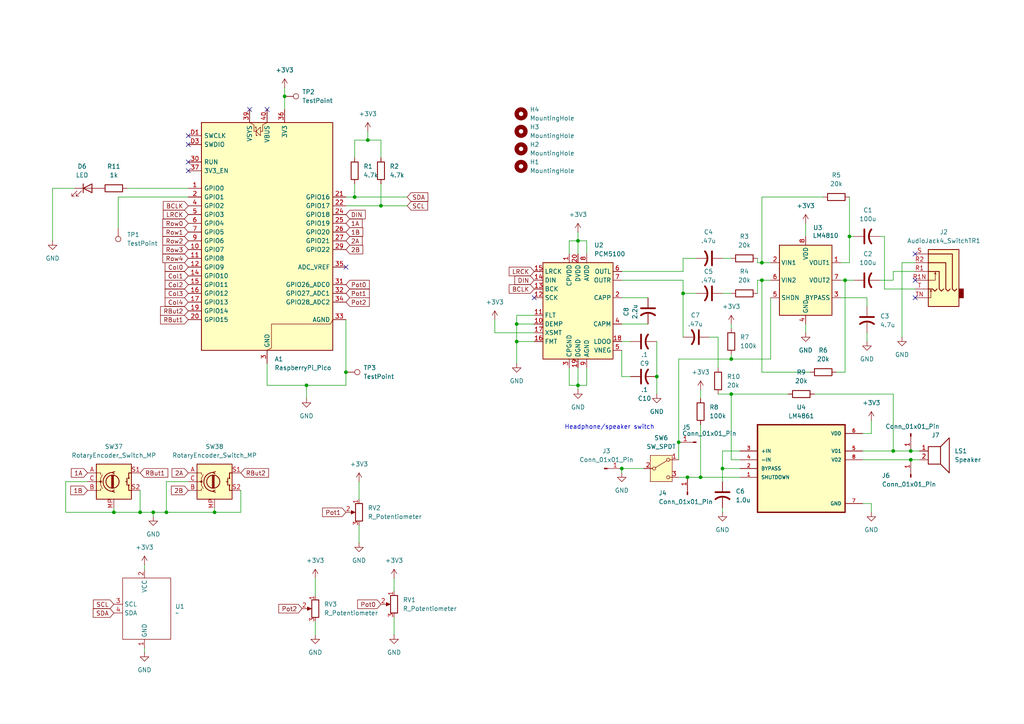
<source format=kicad_sch>
(kicad_sch (version 20250114) (generator "eeschema") (generator_version "9.0")
  (paper "A4")
  (lib_symbols
    (symbol "Amplifier_Audio:LM4810"
      (property "Reference" "U" (at -6.35 11.43 0))
      (property "Value" "LM4810" (at 5.08 11.43 0))
      (symbol "LM4810_1_1"
        (pin input line (at -10.16 5.08 0) (length 2.54) (name "VIN1") (number "2"))
        (pin input line (at -10.16 0 0) (length 2.54) (name "VIN2") (number "6"))
        (pin input line (at -10.16 -5.08 0) (length 2.54) (name "SHDN") (number "5"))
        (pin power_in line (at 0 12.7 270) (length 2.54) (name "VDD") (number "8"))
        (pin power_in line (at 0 -12.7 90) (length 2.54) (name "GND") (number "4"))
        (pin output line (at 10.16 5.08 180) (length 2.54) (name "VOUT1") (number "1"))
        (pin output line (at 10.16 0 180) (length 2.54) (name "VOUT2") (number "7"))
        (pin passive line (at 10.16 -5.08 180) (length 2.54) (name "BYPASS") (number "3"))
      )
    )
    (symbol "Audio:PCM5100"
      (property "Reference" "U" (at -10.16 13.97 0))
      (property "Value" "PCM5100" (at 3.81 13.97 0))
      (symbol "PCM5100_1_1"
        (pin input line (at -12.7 10.16 0) (length 2.54) (name "LRCK") (number "15"))
        (pin input line (at -12.7 7.62 0) (length 2.54) (name "DIN") (number "14"))
        (pin input line (at -12.7 5.08 0) (length 2.54) (name "BCK") (number "13"))
        (pin input line (at -12.7 2.54 0) (length 2.54) (name "SCK") (number "12"))
        (pin input line (at -12.7 -2.54 0) (length 2.54) (name "FLT") (number "11"))
        (pin input line (at -12.7 -5.08 0) (length 2.54) (name "DEMP") (number "10"))
        (pin input line (at -12.7 -7.62 0) (length 2.54) (name "XSMT") (number "17"))
        (pin input line (at -12.7 -10.16 0) (length 2.54) (name "FMT") (number "16"))
        (pin passive line (at -2.54 15.24 270) (length 2.54) (name "CPVDD") (number "1"))
        (pin power_in line (at -2.54 -17.78 90) (length 2.54) (name "CPGND") (number "3"))
        (pin power_in line (at 0 15.24 270) (length 2.54) (name "DVDD") (number "20"))
        (pin power_in line (at 0 -17.78 90) (length 2.54) (name "DGND") (number "19"))
        (pin power_in line (at 2.54 15.24 270) (length 2.54) (name "AVDD") (number "8"))
        (pin power_in line (at 2.54 -17.78 90) (length 2.54) (name "AGND") (number "9"))
        (pin output line (at 12.7 10.16 180) (length 2.54) (name "OUTL") (number "6"))
        (pin output line (at 12.7 7.62 180) (length 2.54) (name "OUTR") (number "7"))
        (pin passive line (at 12.7 2.54 180) (length 2.54) (name "CAPP") (number "2"))
        (pin passive line (at 12.7 -5.08 180) (length 2.54) (name "CAPM") (number "4"))
        (pin passive line (at 12.7 -10.16 180) (length 2.54) (name "LDOO") (number "18"))
        (pin passive line (at 12.7 -12.7 180) (length 2.54) (name "VNEG") (number "5"))
      )
    )
    (symbol "Connector:Conn_01x01_Pin" (pin_names (offset 1.016) (hide yes))
      (property "Reference" "J" (at 0 2.54 0))
      (property "Value" "Conn_01x01_Pin" (at 0 -2.54 0))
      (symbol "Conn_01x01_Pin_1_1"
        (pin passive line (at 5.08 0 180) (length 3.81) (name "Pin_1") (number "1"))
      )
    )
    (symbol "Connector:TestPoint" (pin_numbers (hide yes)) (pin_names (offset 0.762) (hide yes))
      (property "Reference" "TP" (at 0 6.858 0))
      (property "Value" "TestPoint" (at 0 5.08 0))
      (symbol "TestPoint_1_1"
        (pin passive line (at 0 0 90) (length 2.54) (name "1") (number "1"))
      )
    )
    (symbol "Connector_Audio:AudioJack4_SwitchTR1"
      (property "Reference" "J" (at 0 11.43 0))
      (property "Value" "AudioJack4_SwitchTR1" (at 0 8.89 0))
      (symbol "AudioJack4_SwitchTR1_1_1"
        (pin passive line (at 5.08 5.08 180) (length 2.54) (name "~") (number "S"))
        (pin passive line (at 5.08 2.54 180) (length 2.54) (name "~") (number "R2"))
        (pin passive line (at 5.08 0 180) (length 2.54) (name "~") (number "R1"))
        (pin passive line (at 5.08 -2.54 180) (length 2.54) (name "~") (number "R1N"))
        (pin passive line (at 5.08 -5.08 180) (length 2.54) (name "~") (number "T"))
        (pin passive line (at 5.08 -7.62 180) (length 2.54) (name "~") (number "TN"))
      )
    )
    (symbol "Device:C_US" (pin_numbers (hide yes)) (pin_names (offset 0.254) (hide yes))
      (property "Reference" "C" (at 0.635 2.54 0))
      (property "Value" "C_US" (at 0.635 -2.54 0))
      (symbol "C_US_1_1"
        (pin passive line (at 0 3.81 270) (length 2.794) (name "~") (number "1"))
        (pin passive line (at 0 -3.81 90) (length 3.302) (name "~") (number "2"))
      )
    )
    (symbol "Device:D" (pin_numbers (hide yes)) (pin_names (offset 1.016) (hide yes))
      (property "Reference" "D" (at 0 2.54 0))
      (property "Value" "D" (at 0 -2.54 0))
      (symbol "D_1_1"
        (pin passive line (at -3.81 0 0) (length 2.54) (name "K") (number "1"))
        (pin passive line (at 3.81 0 180) (length 2.54) (name "A") (number "2"))
      )
    )
    (symbol "Device:LED" (pin_numbers (hide yes)) (pin_names (offset 1.016) (hide yes))
      (property "Reference" "D" (at 0 2.54 0))
      (property "Value" "LED" (at 0 -2.54 0))
      (symbol "LED_1_1"
        (pin passive line (at -3.81 0 0) (length 2.54) (name "K") (number "1"))
        (pin passive line (at 3.81 0 180) (length 2.54) (name "A") (number "2"))
      )
    )
    (symbol "Device:R" (pin_numbers (hide yes)) (pin_names (offset 0))
      (property "Reference" "R" (at 2.032 0 90))
      (property "Value" "R" (at 0 0 90))
      (symbol "R_1_1"
        (pin passive line (at 0 3.81 270) (length 1.27) (name "~") (number "1"))
        (pin passive line (at 0 -3.81 90) (length 1.27) (name "~") (number "2"))
      )
    )
    (symbol "Device:R_Potentiometer" (pin_names (offset 1.016) (hide yes))
      (property "Reference" "RV" (at -4.445 0 90))
      (property "Value" "R_Potentiometer" (at -2.54 0 90))
      (symbol "R_Potentiometer_1_1"
        (pin passive line (at 0 3.81 270) (length 1.27) (name "1") (number "1"))
        (pin passive line (at 0 -3.81 90) (length 1.27) (name "3") (number "3"))
        (pin passive line (at 3.81 0 180) (length 1.27) (name "2") (number "2"))
      )
    )
    (symbol "Device:RotaryEncoder_Switch_MP" (pin_names (offset 0.254) (hide yes))
      (property "Reference" "SW" (at 0 8.89 0))
      (property "Value" "RotaryEncoder_Switch_MP" (at 0 6.35 0))
      (symbol "RotaryEncoder_Switch_MP_1_1"
        (pin passive line (at -7.62 2.54 0) (length 2.54) (name "A") (number "A"))
        (pin passive line (at -7.62 0 0) (length 2.54) (name "C") (number "C"))
        (pin passive line (at -7.62 -2.54 0) (length 2.54) (name "B") (number "B"))
        (pin passive line (at 0 -7.62 90) (length 2.54) (name "MP") (number "MP"))
        (pin passive line (at 7.62 2.54 180) (length 2.54) (name "S1") (number "S1"))
        (pin passive line (at 7.62 -2.54 180) (length 2.54) (name "S2") (number "S2"))
      )
    )
    (symbol "Device:Speaker" (pin_names (offset 0) (hide yes))
      (property "Reference" "LS" (at 1.27 5.715 0))
      (property "Value" "Speaker" (at 1.27 3.81 0))
      (symbol "Speaker_1_1"
        (pin input line (at -5.08 0 0) (length 2.54) (name "1") (number "1"))
        (pin input line (at -5.08 -2.54 0) (length 2.54) (name "2") (number "2"))
      )
    )
    (symbol "LM4871MX_NOPB:LM4871MX_NOPB" (pin_names (offset 1.016))
      (property "Reference" "U" (at -12.7 13.7 0))
      (property "Value" "LM4871MX_NOPB" (at -12.7 -16.7 0))
      (symbol "LM4871MX_NOPB_0_0"
        (pin input line (at -17.78 5.08 0) (length 5.08) (name "+IN") (number "3"))
        (pin input line (at -17.78 2.54 0) (length 5.08) (name "-IN") (number "4"))
        (pin input line (at -17.78 0 0) (length 5.08) (name "BYPASS") (number "2"))
        (pin input line (at -17.78 -2.54 0) (length 5.08) (name "SHUTDOWN") (number "1"))
        (pin power_in line (at 17.78 10.16 180) (length 5.08) (name "VDD") (number "6"))
        (pin output line (at 17.78 5.08 180) (length 5.08) (name "V01") (number "5"))
        (pin output line (at 17.78 2.54 180) (length 5.08) (name "V02") (number "8"))
        (pin power_in line (at 17.78 -10.16 180) (length 5.08) (name "GND") (number "7"))
      )
    )
    (symbol "MCU_Module:RaspberryPi_Pico_Debug" (pin_names (offset 0.762))
      (property "Reference" "A" (at -19.05 35.56 0))
      (property "Value" "RaspberryPi_Pico" (at 7.62 35.56 0))
      (symbol "RaspberryPi_Pico_Debug_1_1"
        (pin input line (at -22.86 30.48 0) (length 3.81) (name "SWCLK") (number "D1"))
        (pin bidirectional line (at -22.86 27.94 0) (length 3.81) (name "SWDIO") (number "D3"))
        (pin passive line (at -22.86 22.86 0) (length 3.81) (name "RUN") (number "30"))
        (pin passive line (at -22.86 20.32 0) (length 3.81) (name "3V3_EN") (number "37"))
        (pin bidirectional line (at -22.86 15.24 0) (length 3.81) (name "GPIO0") (number "1"))
        (pin bidirectional line (at -22.86 12.7 0) (length 3.81) (name "GPIO1") (number "2"))
        (pin bidirectional line (at -22.86 10.16 0) (length 3.81) (name "GPIO2") (number "4"))
        (pin bidirectional line (at -22.86 7.62 0) (length 3.81) (name "GPIO3") (number "5"))
        (pin bidirectional line (at -22.86 5.08 0) (length 3.81) (name "GPIO4") (number "6"))
        (pin bidirectional line (at -22.86 2.54 0) (length 3.81) (name "GPIO5") (number "7"))
        (pin bidirectional line (at -22.86 0 0) (length 3.81) (name "GPIO6") (number "9"))
        (pin bidirectional line (at -22.86 -2.54 0) (length 3.81) (name "GPIO7") (number "10"))
        (pin bidirectional line (at -22.86 -5.08 0) (length 3.81) (name "GPIO8") (number "11"))
        (pin bidirectional line (at -22.86 -7.62 0) (length 3.81) (name "GPIO9") (number "12"))
        (pin bidirectional line (at -22.86 -10.16 0) (length 3.81) (name "GPIO10") (number "14"))
        (pin bidirectional line (at -22.86 -12.7 0) (length 3.81) (name "GPIO11") (number "15"))
        (pin bidirectional line (at -22.86 -15.24 0) (length 3.81) (name "GPIO12") (number "16"))
        (pin bidirectional line (at -22.86 -17.78 0) (length 3.81) (name "GPIO13") (number "17"))
        (pin bidirectional line (at -22.86 -20.32 0) (length 3.81) (name "GPIO14") (number "19"))
        (pin bidirectional line (at -22.86 -22.86 0) (length 3.81) (name "GPIO15") (number "20"))
        (pin power_in line (at -5.08 38.1 270) (length 3.81) (name "VSYS") (number "39"))
        (pin power_out line (at 0 38.1 270) (length 3.81) (name "VBUS") (number "40"))
        (pin passive line (at 0 -35.56 90) (length 3.81) (hide yes) (name "GND") (number "13"))
        (pin passive line (at 0 -35.56 90) (length 3.81) (hide yes) (name "GND") (number "18"))
        (pin passive line (at 0 -35.56 90) (length 3.81) (hide yes) (name "GND") (number "23"))
        (pin passive line (at 0 -35.56 90) (length 3.81) (hide yes) (name "GND") (number "28"))
        (pin power_out line (at 0 -35.56 90) (length 3.81) (name "GND") (number "3"))
        (pin passive line (at 0 -35.56 90) (length 3.81) (hide yes) (name "GND") (number "38"))
        (pin passive line (at 0 -35.56 90) (length 3.81) (hide yes) (name "GND") (number "8"))
        (pin passive line (at 0 -35.56 90) (length 3.81) (hide yes) (name "GND") (number "D2"))
        (pin power_out line (at 5.08 38.1 270) (length 3.81) (name "3V3") (number "36"))
        (pin bidirectional line (at 22.86 12.7 180) (length 3.81) (name "GPIO16") (number "21"))
        (pin bidirectional line (at 22.86 10.16 180) (length 3.81) (name "GPIO17") (number "22"))
        (pin bidirectional line (at 22.86 7.62 180) (length 3.81) (name "GPIO18") (number "24"))
        (pin bidirectional line (at 22.86 5.08 180) (length 3.81) (name "GPIO19") (number "25"))
        (pin bidirectional line (at 22.86 2.54 180) (length 3.81) (name "GPIO20") (number "26"))
        (pin bidirectional line (at 22.86 0 180) (length 3.81) (name "GPIO21") (number "27"))
        (pin bidirectional line (at 22.86 -2.54 180) (length 3.81) (name "GPIO22") (number "29"))
        (pin power_in line (at 22.86 -7.62 180) (length 3.81) (name "ADC_VREF") (number "35"))
        (pin bidirectional line (at 22.86 -12.7 180) (length 3.81) (name "GPIO26_ADC0") (number "31"))
        (pin bidirectional line (at 22.86 -15.24 180) (length 3.81) (name "GPIO27_ADC1") (number "32"))
        (pin bidirectional line (at 22.86 -17.78 180) (length 3.81) (name "GPIO28_ADC2") (number "34"))
        (pin power_out line (at 22.86 -22.86 180) (length 3.81) (name "AGND") (number "33"))
      )
    )
    (symbol "Mechanical:MountingHole" (pin_names (offset 1.016)) (in_bom no)
      (property "Reference" "H" (at 0 5.08 0))
      (property "Value" "MountingHole" (at 0 3.175 0))
    )
    (symbol "SMDCustomLibrary:.96in OLED 128p I2C"
      (property "Reference" "U" (at 0 0 0))
      (symbol ".96in OLED 128p I2C_1_1"
        (pin input line (at -2.54 -7.62 0) (length 2.54) (name "SCL") (number "3"))
        (pin input line (at -2.54 -10.16 0) (length 2.54) (name "SDA") (number "4"))
        (pin power_in line (at 6.35 2.54 270) (length 2.54) (name "VCC") (number "2"))
        (pin power_in line (at 6.35 -20.32 90) (length 2.54) (name "GND") (number "1"))
      )
    )
    (symbol "Switch:SW_Omron_B3FS" (pin_numbers (hide yes)) (pin_names (offset 1.016) (hide yes))
      (property "Reference" "SW" (at 1.27 2.54 0))
      (property "Value" "SW_Omron_B3FS" (at 0 -1.524 0))
      (symbol "SW_Omron_B3FS_0_1"
        (pin passive line (at -5.08 0 0) (length 2.54) (name "1") (number "1"))
        (pin passive line (at 5.08 0 180) (length 2.54) (name "2") (number "2"))
      )
    )
    (symbol "Switch:SW_SPDT" (pin_names (offset 0) (hide yes))
      (property "Reference" "SW" (at 0 5.08 0))
      (property "Value" "SW_SPDT" (at 0 -5.08 0))
      (symbol "SW_SPDT_1_1"
        (pin passive line (at -5.08 0 0) (length 2.54) (name "B") (number "2"))
        (pin passive line (at 5.08 2.54 180) (length 2.54) (name "A") (number "1"))
        (pin passive line (at 5.08 -2.54 180) (length 2.54) (name "C") (number "3"))
      )
    )
    (symbol "power:+3V3" (power) (pin_numbers (hide yes)) (pin_names (offset 0) (hide yes))
      (property "Value" "+3V3" (at 0 3.556 0))
      (symbol "+3V3_1_1"
        (pin power_in line (at 0 0 90) (length 0) (name "~") (number "1"))
      )
    )
    (symbol "power:GND" (power) (pin_numbers (hide yes)) (pin_names (offset 0) (hide yes))
      (property "Value" "GND" (at 0 -3.81 0))
      (symbol "GND_1_1"
        (pin power_in line (at 0 0 270) (length 0) (name "~") (number "1"))
      )
    )
  )
  (text "Headphone/speaker switch\n" (at 176.784 123.952 0) (effects (font (size 1.27 1.27))))
  (junction (at 173.99 -68.58))
  (junction (at 246.38 68.58))
  (junction (at 173.99 -36.83))
  (junction (at 264.16 133.35))
  (junction (at 228.6 -46.99))
  (junction (at 82.55 27.94))
  (junction (at 106.68 40.64))
  (junction (at 212.09 104.14))
  (junction (at 48.26 148.59))
  (junction (at 40.64 148.59))
  (junction (at 44.45 148.59))
  (junction (at 180.34 -80.01))
  (junction (at 246.38 -52.07))
  (junction (at 246.38 -36.83))
  (junction (at 180.34 -62.23))
  (junction (at 198.12 -52.07))
  (junction (at 88.9 111.76))
  (junction (at 220.98 81.28))
  (junction (at 173.99 -20.32))
  (junction (at 100.33 107.95))
  (junction (at 204.47 -46.99))
  (junction (at 33.02 148.59))
  (junction (at 180.34 -46.99))
  (junction (at 264.16 130.81))
  (junction (at 222.25 -36.83))
  (junction (at 259.08 130.81))
  (junction (at 180.34 135.89))
  (junction (at 149.86 93.98))
  (junction (at 110.49 59.69))
  (junction (at 209.55 135.89))
  (junction (at 220.98 76.2))
  (junction (at 198.12 85.09))
  (junction (at 204.47 -62.23))
  (junction (at 228.6 -30.48))
  (junction (at 180.34 -15.24))
  (junction (at 198.12 -20.32))
  (junction (at 228.6 -80.01))
  (junction (at 149.86 99.06))
  (junction (at 196.85 128.27))
  (junction (at 222.25 -20.32))
  (junction (at 271.78 -36.83))
  (junction (at 222.25 -52.07))
  (junction (at 167.64 69.85))
  (junction (at 228.6 -62.23))
  (junction (at 199.39 138.43))
  (junction (at 271.78 -20.32))
  (junction (at 246.38 -20.32))
  (junction (at 198.12 -68.58))
  (junction (at 62.23 148.59))
  (junction (at 198.12 -36.83))
  (junction (at 190.5 109.22))
  (junction (at 228.6 -15.24))
  (junction (at 271.78 -68.58))
  (junction (at 204.47 -30.48))
  (junction (at 245.11 81.28))
  (junction (at 204.47 -80.01))
  (junction (at 246.38 -68.58))
  (junction (at 204.47 -15.24))
  (junction (at 271.78 -52.07))
  (junction (at 167.64 111.76))
  (junction (at 222.25 -68.58))
  (junction (at 180.34 -30.48))
  (junction (at 173.99 -52.07))
  (junction (at 203.2 138.43))
  (junction (at 102.87 57.15))
  (junction (at 212.09 114.3))
  (no_connect (at 265.43 86.36))
  (no_connect (at 100.33 77.47))
  (no_connect (at 265.43 73.66))
  (no_connect (at 54.61 46.99))
  (no_connect (at 54.61 39.37))
  (no_connect (at 154.94 86.36))
  (no_connect (at 54.61 49.53))
  (no_connect (at 54.61 41.91))
  (no_connect (at 265.43 81.28))
  (no_connect (at 72.39 31.75))
  (no_connect (at 77.47 31.75))
  (wire (pts (xy 165.1 106.68) (xy 165.1 111.76)))
  (wire (pts (xy 209.55 135.89) (xy 209.55 139.7)))
  (wire (pts (xy 204.47 -46.99) (xy 180.34 -46.99)))
  (wire (pts (xy 250.19 125.73) (xy 252.73 125.73)))
  (wire (pts (xy 110.49 53.34) (xy 110.49 59.69)))
  (wire (pts (xy 36.83 54.61) (xy 54.61 54.61)))
  (wire (pts (xy 254 -80.01) (xy 228.6 -80.01)))
  (wire (pts (xy 104.14 152.4) (xy 104.14 157.48)))
  (wire (pts (xy 203.2 123.19) (xy 203.2 138.43)))
  (wire (pts (xy 165.1 111.76) (xy 167.64 111.76)))
  (wire (pts (xy 209.55 130.81) (xy 214.63 130.81)))
  (wire (pts (xy 154.94 96.52) (xy 143.51 96.52)))
  (wire (pts (xy 34.29 57.15) (xy 54.61 57.15)))
  (wire (pts (xy 222.25 -20.32) (xy 222.25 -5.08)))
  (wire (pts (xy 246.38 -69.85) (xy 246.38 -68.58)))
  (wire (pts (xy 228.6 -30.48) (xy 204.47 -30.48)))
  (wire (pts (xy 256.54 68.58) (xy 256.54 83.82)))
  (wire (pts (xy 180.34 86.36) (xy 187.96 86.36)))
  (wire (pts (xy 199.39 138.43) (xy 203.2 138.43)))
  (wire (pts (xy 246.38 68.58) (xy 247.65 68.58)))
  (wire (pts (xy 219.71 81.28) (xy 219.71 85.09)))
  (wire (pts (xy 156.21 -15.24) (xy 156.21 -5.08)))
  (wire (pts (xy 243.84 86.36) (xy 251.46 86.36)))
  (wire (pts (xy 104.14 139.7) (xy 104.14 144.78)))
  (wire (pts (xy 236.22 114.3) (xy 259.08 114.3)))
  (wire (pts (xy 254 -52.07) (xy 254 -62.23)))
  (wire (pts (xy 173.99 -69.85) (xy 173.99 -68.58)))
  (wire (pts (xy 33.02 148.59) (xy 33.02 147.32)))
  (wire (pts (xy 198.12 -68.58) (xy 198.12 -52.07)))
  (wire (pts (xy 259.08 81.28) (xy 259.08 78.74)))
  (wire (pts (xy 170.18 106.68) (xy 170.18 111.76)))
  (wire (pts (xy 271.78 -68.58) (xy 271.78 -52.07)))
  (wire (pts (xy 220.98 107.95) (xy 220.98 81.28)))
  (wire (pts (xy 212.09 104.14) (xy 223.52 104.14)))
  (wire (pts (xy 102.87 53.34) (xy 102.87 57.15)))
  (wire (pts (xy 228.6 -5.08) (xy 228.6 -15.24)))
  (wire (pts (xy 246.38 -52.07) (xy 246.38 -36.83)))
  (wire (pts (xy 251.46 96.52) (xy 251.46 99.06)))
  (wire (pts (xy 233.68 64.77) (xy 233.68 68.58)))
  (wire (pts (xy 204.47 -15.24) (xy 228.6 -15.24)))
  (wire (pts (xy 110.49 40.64) (xy 106.68 40.64)))
  (wire (pts (xy 82.55 25.4) (xy 82.55 27.94)))
  (wire (pts (xy 180.34 81.28) (xy 198.12 81.28)))
  (wire (pts (xy 259.08 114.3) (xy 259.08 130.81)))
  (wire (pts (xy 88.9 115.57) (xy 88.9 111.76)))
  (wire (pts (xy 203.2 138.43) (xy 214.63 138.43)))
  (wire (pts (xy 251.46 86.36) (xy 251.46 88.9)))
  (wire (pts (xy 246.38 -36.83) (xy 246.38 -20.32)))
  (wire (pts (xy 48.26 148.59) (xy 62.23 148.59)))
  (wire (pts (xy 173.99 -36.83) (xy 173.99 -20.32)))
  (wire (pts (xy 180.34 135.89) (xy 180.34 137.16)))
  (wire (pts (xy 228.6 -68.58) (xy 228.6 -80.01)))
  (wire (pts (xy 110.49 45.72) (xy 110.49 40.64)))
  (wire (pts (xy 204.47 -5.08) (xy 204.47 -15.24)))
  (wire (pts (xy 77.47 105.41) (xy 77.47 111.76)))
  (wire (pts (xy 204.47 -68.58) (xy 204.47 -80.01)))
  (wire (pts (xy 264.16 130.81) (xy 266.7 130.81)))
  (wire (pts (xy 15.24 54.61) (xy 15.24 69.85)))
  (wire (pts (xy 198.12 85.09) (xy 198.12 97.79)))
  (wire (pts (xy 180.34 -46.99) (xy 180.34 -36.83)))
  (wire (pts (xy 196.85 104.14) (xy 212.09 104.14)))
  (wire (pts (xy 212.09 102.87) (xy 212.09 104.14)))
  (wire (pts (xy 190.5 99.06) (xy 190.5 109.22)))
  (wire (pts (xy 261.62 76.2) (xy 261.62 97.79)))
  (wire (pts (xy 173.99 -68.58) (xy 173.99 -52.07)))
  (wire (pts (xy 204.47 -52.07) (xy 204.47 -62.23)))
  (wire (pts (xy 250.19 130.81) (xy 259.08 130.81)))
  (wire (pts (xy 100.33 111.76) (xy 100.33 107.95)))
  (wire (pts (xy 156.21 -20.32) (xy 156.21 -30.48)))
  (wire (pts (xy 167.64 106.68) (xy 167.64 111.76)))
  (wire (pts (xy 219.71 76.2) (xy 220.98 76.2)))
  (wire (pts (xy 100.33 107.95) (xy 100.33 92.71)))
  (wire (pts (xy 180.34 -80.01) (xy 180.34 -68.58)))
  (wire (pts (xy 190.5 109.22) (xy 190.5 114.3)))
  (wire (pts (xy 173.99 -20.32) (xy 173.99 -5.08)))
  (wire (pts (xy 118.11 57.15) (xy 102.87 57.15)))
  (wire (pts (xy 102.87 45.72) (xy 102.87 40.64)))
  (wire (pts (xy 167.64 69.85) (xy 167.64 73.66)))
  (wire (pts (xy 223.52 104.14) (xy 223.52 86.36)))
  (wire (pts (xy 180.34 -30.48) (xy 180.34 -20.32)))
  (wire (pts (xy 220.98 57.15) (xy 238.76 57.15)))
  (wire (pts (xy 214.63 135.89) (xy 209.55 135.89)))
  (wire (pts (xy 180.34 109.22) (xy 180.34 101.6)))
  (wire (pts (xy 62.23 148.59) (xy 62.23 147.32)))
  (wire (pts (xy 196.85 104.14) (xy 196.85 128.27)))
  (wire (pts (xy 209.55 147.32) (xy 209.55 148.59)))
  (wire (pts (xy 41.91 189.23) (xy 41.91 187.96)))
  (wire (pts (xy 209.55 135.89) (xy 209.55 130.81)))
  (wire (pts (xy 250.19 133.35) (xy 264.16 133.35)))
  (wire (pts (xy 149.86 99.06) (xy 154.94 99.06)))
  (wire (pts (xy 271.78 -69.85) (xy 271.78 -68.58)))
  (wire (pts (xy 246.38 -20.32) (xy 246.38 -5.08)))
  (wire (pts (xy 156.21 -62.23) (xy 180.34 -62.23)))
  (wire (pts (xy 243.84 81.28) (xy 245.11 81.28)))
  (wire (pts (xy 254 -36.83) (xy 254 -46.99)))
  (wire (pts (xy 228.6 -36.83) (xy 228.6 -46.99)))
  (wire (pts (xy 154.94 93.98) (xy 149.86 93.98)))
  (wire (pts (xy 198.12 85.09) (xy 198.12 81.28)))
  (wire (pts (xy 204.47 -36.83) (xy 204.47 -46.99)))
  (wire (pts (xy 69.85 142.24) (xy 69.85 148.59)))
  (wire (pts (xy 252.73 125.73) (xy 252.73 121.92)))
  (wire (pts (xy 265.43 76.2) (xy 261.62 76.2)))
  (wire (pts (xy 19.05 148.59) (xy 33.02 148.59)))
  (wire (pts (xy 233.68 93.98) (xy 233.68 96.52)))
  (wire (pts (xy 180.34 -62.23) (xy 180.34 -52.07)))
  (wire (pts (xy 214.63 133.35) (xy 212.09 133.35)))
  (wire (pts (xy 259.08 78.74) (xy 265.43 78.74)))
  (wire (pts (xy 44.45 149.86) (xy 44.45 148.59)))
  (wire (pts (xy 201.93 85.09) (xy 198.12 85.09)))
  (wire (pts (xy 250.19 146.05) (xy 252.73 146.05)))
  (wire (pts (xy 40.64 148.59) (xy 44.45 148.59)))
  (wire (pts (xy 69.85 148.59) (xy 62.23 148.59)))
  (wire (pts (xy 209.55 74.93) (xy 212.09 74.93)))
  (wire (pts (xy 40.64 142.24) (xy 40.64 148.59)))
  (wire (pts (xy 208.28 114.3) (xy 212.09 114.3)))
  (wire (pts (xy 149.86 91.44) (xy 149.86 93.98)))
  (wire (pts (xy 219.71 76.2) (xy 219.71 74.93)))
  (wire (pts (xy 203.2 113.03) (xy 203.2 115.57)))
  (wire (pts (xy 180.34 93.98) (xy 187.96 93.98)))
  (wire (pts (xy 259.08 81.28) (xy 255.27 81.28)))
  (wire (pts (xy 204.47 -62.23) (xy 180.34 -62.23)))
  (wire (pts (xy 198.12 74.93) (xy 201.93 74.93)))
  (wire (pts (xy 198.12 -36.83) (xy 198.12 -20.32)))
  (wire (pts (xy 208.28 97.79) (xy 205.74 97.79)))
  (wire (pts (xy 212.09 114.3) (xy 228.6 114.3)))
  (wire (pts (xy 110.49 59.69) (xy 100.33 59.69)))
  (wire (pts (xy 149.86 105.41) (xy 149.86 99.06)))
  (wire (pts (xy 198.12 74.93) (xy 198.12 78.74)))
  (wire (pts (xy 33.02 148.59) (xy 40.64 148.59)))
  (wire (pts (xy 180.34 -5.08) (xy 180.34 -15.24)))
  (wire (pts (xy 222.25 -36.83) (xy 222.25 -20.32)))
  (wire (pts (xy 165.1 73.66) (xy 165.1 69.85)))
  (wire (pts (xy 167.64 67.31) (xy 167.64 69.85)))
  (wire (pts (xy 220.98 76.2) (xy 223.52 76.2)))
  (wire (pts (xy 209.55 85.09) (xy 212.09 85.09)))
  (wire (pts (xy 254 -68.58) (xy 254 -80.01)))
  (wire (pts (xy 246.38 -68.58) (xy 246.38 -52.07)))
  (wire (pts (xy 254 -62.23) (xy 228.6 -62.23)))
  (wire (pts (xy 204.47 -20.32) (xy 204.47 -30.48)))
  (wire (pts (xy 156.21 -30.48) (xy 180.34 -30.48)))
  (wire (pts (xy 91.44 167.64) (xy 91.44 172.72)))
  (wire (pts (xy 234.95 107.95) (xy 220.98 107.95)))
  (wire (pts (xy 246.38 57.15) (xy 246.38 68.58)))
  (wire (pts (xy 198.12 -52.07) (xy 198.12 -36.83)))
  (wire (pts (xy 259.08 130.81) (xy 264.16 130.81)))
  (wire (pts (xy 156.21 -46.99) (xy 180.34 -46.99)))
  (wire (pts (xy 167.64 113.03) (xy 167.64 111.76)))
  (wire (pts (xy 246.38 68.58) (xy 246.38 76.2)))
  (wire (pts (xy 245.11 107.95) (xy 245.11 81.28)))
  (wire (pts (xy 212.09 133.35) (xy 212.09 114.3)))
  (wire (pts (xy 252.73 146.05) (xy 252.73 148.59)))
  (wire (pts (xy 219.71 81.28) (xy 220.98 81.28)))
  (wire (pts (xy 41.91 163.83) (xy 41.91 165.1)))
  (wire (pts (xy 228.6 -46.99) (xy 204.47 -46.99)))
  (wire (pts (xy 170.18 111.76) (xy 167.64 111.76)))
  (wire (pts (xy 25.4 139.7) (xy 19.05 139.7)))
  (wire (pts (xy 198.12 78.74) (xy 180.34 78.74)))
  (wire (pts (xy 255.27 68.58) (xy 256.54 68.58)))
  (wire (pts (xy 19.05 139.7) (xy 19.05 148.59)))
  (wire (pts (xy 165.1 69.85) (xy 167.64 69.85)))
  (wire (pts (xy 228.6 -15.24) (xy 254 -15.24)))
  (wire (pts (xy 156.21 -68.58) (xy 156.21 -80.01)))
  (wire (pts (xy 254 -5.08) (xy 254 -15.24)))
  (wire (pts (xy 102.87 40.64) (xy 106.68 40.64)))
  (wire (pts (xy 254 -30.48) (xy 228.6 -30.48)))
  (wire (pts (xy 222.25 -68.58) (xy 222.25 -52.07)))
  (wire (pts (xy 156.21 -52.07) (xy 156.21 -62.23)))
  (wire (pts (xy 114.3 179.07) (xy 114.3 184.15)))
  (wire (pts (xy 204.47 -30.48) (xy 180.34 -30.48)))
  (wire (pts (xy 44.45 148.59) (xy 48.26 148.59)))
  (wire (pts (xy 154.94 91.44) (xy 149.86 91.44)))
  (wire (pts (xy 222.25 -52.07) (xy 222.25 -36.83)))
  (wire (pts (xy 196.85 128.27) (xy 196.85 133.35)))
  (wire (pts (xy 182.88 109.22) (xy 180.34 109.22)))
  (wire (pts (xy 180.34 -15.24) (xy 204.47 -15.24)))
  (wire (pts (xy 242.57 107.95) (xy 245.11 107.95)))
  (wire (pts (xy 228.6 -62.23) (xy 204.47 -62.23)))
  (wire (pts (xy 156.21 -15.24) (xy 180.34 -15.24)))
  (wire (pts (xy 204.47 -80.01) (xy 180.34 -80.01)))
  (wire (pts (xy 264.16 133.35) (xy 266.7 133.35)))
  (wire (pts (xy 143.51 96.52) (xy 143.51 92.71)))
  (wire (pts (xy 114.3 167.64) (xy 114.3 171.45)))
  (wire (pts (xy 228.6 -52.07) (xy 228.6 -62.23)))
  (wire (pts (xy 198.12 -20.32) (xy 198.12 -5.08)))
  (wire (pts (xy 106.68 38.1) (xy 106.68 40.64)))
  (wire (pts (xy 21.59 54.61) (xy 15.24 54.61)))
  (wire (pts (xy 228.6 -20.32) (xy 228.6 -30.48)))
  (wire (pts (xy 34.29 66.04) (xy 34.29 57.15)))
  (wire (pts (xy 271.78 -36.83) (xy 271.78 -20.32)))
  (wire (pts (xy 149.86 93.98) (xy 149.86 99.06)))
  (wire (pts (xy 91.44 180.34) (xy 91.44 184.15)))
  (wire (pts (xy 271.78 -20.32) (xy 271.78 -5.08)))
  (wire (pts (xy 198.12 -69.85) (xy 198.12 -68.58)))
  (wire (pts (xy 170.18 69.85) (xy 167.64 69.85)))
  (wire (pts (xy 208.28 106.68) (xy 208.28 97.79)))
  (wire (pts (xy 54.61 139.7) (xy 48.26 139.7)))
  (wire (pts (xy 220.98 57.15) (xy 220.98 76.2)))
  (wire (pts (xy 88.9 111.76) (xy 100.33 111.76)))
  (wire (pts (xy 212.09 93.98) (xy 212.09 95.25)))
  (wire (pts (xy 186.69 135.89) (xy 180.34 135.89)))
  (wire (pts (xy 271.78 -52.07) (xy 271.78 -36.83)))
  (wire (pts (xy 222.25 -69.85) (xy 222.25 -68.58)))
  (wire (pts (xy 173.99 -52.07) (xy 173.99 -36.83)))
  (wire (pts (xy 48.26 139.7) (xy 48.26 148.59)))
  (wire (pts (xy 196.85 138.43) (xy 199.39 138.43)))
  (wire (pts (xy 102.87 57.15) (xy 100.33 57.15)))
  (wire (pts (xy 254 -20.32) (xy 254 -30.48)))
  (wire (pts (xy 170.18 73.66) (xy 170.18 69.85)))
  (wire (pts (xy 254 -46.99) (xy 228.6 -46.99)))
  (wire (pts (xy 182.88 99.06) (xy 180.34 99.06)))
  (wire (pts (xy 82.55 27.94) (xy 82.55 31.75)))
  (wire (pts (xy 246.38 76.2) (xy 243.84 76.2)))
  (wire (pts (xy 256.54 83.82) (xy 265.43 83.82)))
  (wire (pts (xy 245.11 81.28) (xy 247.65 81.28)))
  (wire (pts (xy 77.47 111.76) (xy 88.9 111.76)))
  (wire (pts (xy 156.21 -36.83) (xy 156.21 -46.99)))
  (wire (pts (xy 156.21 -80.01) (xy 180.34 -80.01)))
  (wire (pts (xy 220.98 81.28) (xy 223.52 81.28)))
  (wire (pts (xy 228.6 -80.01) (xy 204.47 -80.01)))
  (wire (pts (xy 118.11 59.69) (xy 110.49 59.69)))
  (global_label "DIN" (shape input) (at 100.33 62.23 0) (property "Intersheetrefs" "${INTERSHEET_REFS}" (effects (hide yes))))
  (global_label "RBut2" (shape input) (at 69.85 137.16 0) (property "Intersheetrefs" "${INTERSHEET_REFS}" (effects (hide yes))))
  (global_label "Row2" (shape input) (at 156.21 -46.99 180) (property "Intersheetrefs" "${INTERSHEET_REFS}" (effects (hide yes))))
  (global_label "RBut1" (shape input) (at 40.64 137.16 0) (property "Intersheetrefs" "${INTERSHEET_REFS}" (effects (hide yes))))
  (global_label "1A" (shape input) (at 25.4 137.16 180) (property "Intersheetrefs" "${INTERSHEET_REFS}" (effects (hide yes))))
  (global_label "Row0" (shape input) (at 156.21 -80.01 180) (property "Intersheetrefs" "${INTERSHEET_REFS}" (effects (hide yes))))
  (global_label "1B" (shape input) (at 25.4 142.24 180) (property "Intersheetrefs" "${INTERSHEET_REFS}" (effects (hide yes))))
  (global_label "Pot2" (shape input) (at 100.33 87.63 0) (property "Intersheetrefs" "${INTERSHEET_REFS}" (effects (hide yes))))
  (global_label "Col2" (shape input) (at 222.25 -69.85 90) (property "Intersheetrefs" "${INTERSHEET_REFS}" (effects (hide yes))))
  (global_label "Col1" (shape input) (at 198.12 -69.85 90) (property "Intersheetrefs" "${INTERSHEET_REFS}" (effects (hide yes))))
  (global_label "2A" (shape input) (at 54.61 137.16 180) (property "Intersheetrefs" "${INTERSHEET_REFS}" (effects (hide yes))))
  (global_label "Pot0" (shape input) (at 100.33 82.55 0) (property "Intersheetrefs" "${INTERSHEET_REFS}" (effects (hide yes))))
  (global_label "RBut2" (shape input) (at 54.61 90.17 180) (property "Intersheetrefs" "${INTERSHEET_REFS}" (effects (hide yes))))
  (global_label "BCLK" (shape input) (at 154.94 83.82 180) (property "Intersheetrefs" "${INTERSHEET_REFS}" (effects (hide yes))))
  (global_label "Col2" (shape input) (at 54.61 82.55 180) (property "Intersheetrefs" "${INTERSHEET_REFS}" (effects (hide yes))))
  (global_label "RBut1" (shape input) (at 54.61 92.71 180) (property "Intersheetrefs" "${INTERSHEET_REFS}" (effects (hide yes))))
  (global_label "2B" (shape input) (at 54.61 142.24 180) (property "Intersheetrefs" "${INTERSHEET_REFS}" (effects (hide yes))))
  (global_label "SCL" (shape input) (at 33.02 175.26 180) (property "Intersheetrefs" "${INTERSHEET_REFS}" (effects (hide yes))))
  (global_label "Pot0" (shape input) (at 110.49 175.26 180) (property "Intersheetrefs" "${INTERSHEET_REFS}" (effects (hide yes))))
  (global_label "LRCK" (shape input) (at 154.94 78.74 180) (property "Intersheetrefs" "${INTERSHEET_REFS}" (effects (hide yes))))
  (global_label "Row1" (shape input) (at 54.61 67.31 180) (property "Intersheetrefs" "${INTERSHEET_REFS}" (effects (hide yes))))
  (global_label "2A" (shape input) (at 100.33 69.85 0) (property "Intersheetrefs" "${INTERSHEET_REFS}" (effects (hide yes))))
  (global_label "Pot1" (shape input) (at 100.33 148.59 180) (property "Intersheetrefs" "${INTERSHEET_REFS}" (effects (hide yes))))
  (global_label "Col3" (shape input) (at 246.38 -69.85 90) (property "Intersheetrefs" "${INTERSHEET_REFS}" (effects (hide yes))))
  (global_label "Row4" (shape input) (at 156.21 -15.24 180) (property "Intersheetrefs" "${INTERSHEET_REFS}" (effects (hide yes))))
  (global_label "Row0" (shape input) (at 54.61 64.77 180) (property "Intersheetrefs" "${INTERSHEET_REFS}" (effects (hide yes))))
  (global_label "Row2" (shape input) (at 54.61 69.85 180) (property "Intersheetrefs" "${INTERSHEET_REFS}" (effects (hide yes))))
  (global_label "Row3" (shape input) (at 156.21 -30.48 180) (property "Intersheetrefs" "${INTERSHEET_REFS}" (effects (hide yes))))
  (global_label "DIN" (shape input) (at 154.94 81.28 180) (property "Intersheetrefs" "${INTERSHEET_REFS}" (effects (hide yes))))
  (global_label "1A" (shape input) (at 100.33 64.77 0) (property "Intersheetrefs" "${INTERSHEET_REFS}" (effects (hide yes))))
  (global_label "Pot1" (shape input) (at 100.33 85.09 0) (property "Intersheetrefs" "${INTERSHEET_REFS}" (effects (hide yes))))
  (global_label "Col4" (shape input) (at 54.61 87.63 180) (property "Intersheetrefs" "${INTERSHEET_REFS}" (effects (hide yes))))
  (global_label "1B" (shape input) (at 100.33 67.31 0) (property "Intersheetrefs" "${INTERSHEET_REFS}" (effects (hide yes))))
  (global_label "Pot2" (shape input) (at 87.63 176.53 180) (property "Intersheetrefs" "${INTERSHEET_REFS}" (effects (hide yes))))
  (global_label "Col3" (shape input) (at 54.61 85.09 180) (property "Intersheetrefs" "${INTERSHEET_REFS}" (effects (hide yes))))
  (global_label "SCL" (shape input) (at 118.11 59.69 0) (property "Intersheetrefs" "${INTERSHEET_REFS}" (effects (hide yes))))
  (global_label "2B" (shape input) (at 100.33 72.39 0) (property "Intersheetrefs" "${INTERSHEET_REFS}" (effects (hide yes))))
  (global_label "BCLK" (shape input) (at 54.61 59.69 180) (property "Intersheetrefs" "${INTERSHEET_REFS}" (effects (hide yes))))
  (global_label "Col0" (shape input) (at 54.61 77.47 180) (property "Intersheetrefs" "${INTERSHEET_REFS}" (effects (hide yes))))
  (global_label "Row4" (shape input) (at 54.61 74.93 180) (property "Intersheetrefs" "${INTERSHEET_REFS}" (effects (hide yes))))
  (global_label "Col1" (shape input) (at 54.61 80.01 180) (property "Intersheetrefs" "${INTERSHEET_REFS}" (effects (hide yes))))
  (global_label "Col0" (shape input) (at 173.99 -69.85 90) (property "Intersheetrefs" "${INTERSHEET_REFS}" (effects (hide yes))))
  (global_label "Col4" (shape input) (at 271.78 -69.85 90) (property "Intersheetrefs" "${INTERSHEET_REFS}" (effects (hide yes))))
  (global_label "SDA" (shape input) (at 33.02 177.8 180) (property "Intersheetrefs" "${INTERSHEET_REFS}" (effects (hide yes))))
  (global_label "LRCK" (shape input) (at 54.61 62.23 180) (property "Intersheetrefs" "${INTERSHEET_REFS}" (effects (hide yes))))
  (global_label "SDA" (shape input) (at 118.11 57.15 0) (property "Intersheetrefs" "${INTERSHEET_REFS}" (effects (hide yes))))
  (global_label "Row1" (shape input) (at 156.21 -62.23 180) (property "Intersheetrefs" "${INTERSHEET_REFS}" (effects (hide yes))))
  (global_label "Row3" (shape input) (at 54.61 72.39 180) (property "Intersheetrefs" "${INTERSHEET_REFS}" (effects (hide yes))))
  (symbol (lib_id "power:+3V3") (at 203.2 113.03 0) (unit 1)
    (property "Reference" "#PWR027" (effects (hide yes)))
    (property "Value" "+3V3" (at 203.2 107.95 0))
    (property "Description" "Power symbol creates a global label with name \"+3V3\"" (effects (hide yes)))
  )
  (symbol (lib_id "Switch:SW_Omron_B3FS") (at 209.55 -68.58 0) (unit 1)
    (property "Reference" "SW3" (at 209.55 -74.168 0))
    (property "Value" "SW_Omron_B3FS" (effects (hide yes)))
    (property "Footprint" "Button_Switch_Keyboard:SW_Cherry_MX_1.00u_PCB" (effects (hide yes)))
    (property "Datasheet" "https://omronfs.omron.com/en_US/ecb/products/pdf/en-b3fs.pdf" (effects (hide yes)))
    (property "Description" "Omron B3FS 6x6mm single pole normally-open tactile switch" (effects (hide yes)))
  )
  (symbol (lib_id "Switch:SW_Omron_B3FS") (at 233.68 -52.07 0) (unit 1)
    (property "Reference" "SW10" (at 233.68 -57.658 0))
    (property "Value" "SW_Omron_B3FS" (effects (hide yes)))
    (property "Footprint" "Button_Switch_Keyboard:SW_Cherry_MX_1.00u_PCB" (effects (hide yes)))
    (property "Datasheet" "https://omronfs.omron.com/en_US/ecb/products/pdf/en-b3fs.pdf" (effects (hide yes)))
    (property "Description" "Omron B3FS 6x6mm single pole normally-open tactile switch" (effects (hide yes)))
  )
  (symbol (lib_id "power:+3V3") (at 91.44 167.64 0) (unit 1)
    (property "Reference" "#PWR012" (effects (hide yes)))
    (property "Value" "+3V3" (at 91.44 162.56 0))
    (property "Description" "Power symbol creates a global label with name \"+3V3\"" (effects (hide yes)))
  )
  (symbol (lib_id "Connector_Audio:AudioJack4_SwitchTR1") (at 270.51 78.74 0) (mirror y) (unit 1)
    (property "Reference" "J2" (at 273.7485 67.31 0))
    (property "Value" "AudioJack4_SwitchTR1" (at 273.7485 69.85 0))
    (property "Footprint" "Connector_Audio:Jack_3.5mm_PJ31060-I_Horizontal" (effects (hide yes)))
    (property "Description" "Audio Jack, 4 Poles (Stereo / TRRS), Switched TR1 Poles (Normalling)" (effects (hide yes)))
  )
  (symbol (lib_id "Device:R") (at 33.02 54.61 270) (unit 1)
    (property "Reference" "R11" (at 33.02 48.26 90))
    (property "Value" "1k" (at 33.02 50.8 90))
    (property "Footprint" "Resistor_THT:R_Axial_DIN0207_L6.3mm_D2.5mm_P10.16mm_Horizontal" (effects (hide yes)))
    (property "Description" "Resistor" (effects (hide yes)))
  )
  (symbol (lib_id "Switch:SW_Omron_B3FS") (at 259.08 -68.58 0) (unit 1)
    (property "Reference" "SW5" (at 259.08 -74.168 0))
    (property "Value" "SW_Omron_B3FS" (effects (hide yes)))
    (property "Footprint" "Button_Switch_Keyboard:SW_Cherry_MX_1.00u_PCB" (effects (hide yes)))
    (property "Datasheet" "https://omronfs.omron.com/en_US/ecb/products/pdf/en-b3fs.pdf" (effects (hide yes)))
    (property "Description" "Omron B3FS 6x6mm single pole normally-open tactile switch" (effects (hide yes)))
  )
  (symbol (lib_id "Device:R") (at 215.9 74.93 90) (unit 1)
    (property "Reference" "R3" (at 215.9 68.58 90))
    (property "Value" "20k" (at 215.9 71.12 90))
    (property "Footprint" "Resistor_THT:R_Axial_DIN0207_L6.3mm_D2.5mm_P10.16mm_Horizontal" (effects (hide yes)))
    (property "Description" "Resistor" (effects (hide yes)))
  )
  (symbol (lib_id "Device:R_Potentiometer") (at 114.3 175.26 0) (mirror y) (unit 1)
    (property "Reference" "RV1" (at 116.84 173.9899 0) (effects (justify right)))
    (property "Value" "R_Potentiometer" (at 116.84 176.5299 0) (effects (justify right)))
    (property "Footprint" "My Footprint Library:Slide Pot" (effects (hide yes)))
    (property "Description" "Potentiometer" (effects (hide yes)))
  )
  (symbol (lib_id "Device:D") (at 194.31 -52.07 180) (unit 1)
    (property "Reference" "D8" (at 194.31 -58.42 0))
    (property "Value" "D" (at 194.31 -55.88 0))
    (property "Footprint" "Diode_THT:D_DO-35_SOD27_P7.62mm_Horizontal" (effects (hide yes)))
    (property "Description" "Diode" (effects (hide yes)))
    (property "Sim.Device" "D" (effects (hide yes)))
    (property "Sim.Pins" "1=K 2=A" (effects (hide yes)))
  )
  (symbol (lib_id "Mechanical:MountingHole") (at 151.13 38.1 0) (unit 1) (in_bom no)
    (property "Reference" "H3" (at 153.67 36.8299 0) (effects (justify left)))
    (property "Value" "MountingHole" (at 153.67 39.3699 0) (effects (justify left)))
    (property "Footprint" "MountingHole:MountingHole_4.3mm_M4" (effects (hide yes)))
    (property "Description" "Mounting Hole without connection" (effects (hide yes)))
  )
  (symbol (lib_id "Switch:SW_Omron_B3FS") (at 185.42 -36.83 0) (unit 1)
    (property "Reference" "SW15" (at 185.42 -42.418 0))
    (property "Value" "SW_Omron_B3FS" (effects (hide yes)))
    (property "Footprint" "Button_Switch_Keyboard:SW_Cherry_MX_1.00u_PCB" (effects (hide yes)))
    (property "Datasheet" "https://omronfs.omron.com/en_US/ecb/products/pdf/en-b3fs.pdf" (effects (hide yes)))
    (property "Description" "Omron B3FS 6x6mm single pole normally-open tactile switch" (effects (hide yes)))
  )
  (symbol (lib_id "power:+3V3") (at 114.3 167.64 0) (unit 1)
    (property "Reference" "#PWR010" (effects (hide yes)))
    (property "Value" "+3V3" (at 114.3 162.56 0))
    (property "Description" "Power symbol creates a global label with name \"+3V3\"" (effects (hide yes)))
  )
  (symbol (lib_id "Connector:Conn_01x01_Pin") (at 264.16 125.73 270) (unit 1)
    (property "Reference" "J7" (at 272.542 126.238 90) (effects (justify right)))
    (property "Value" "Conn_01x01_Pin" (at 272.542 123.698 90) (effects (justify right)))
    (property "Footprint" "TestPoint:TestPoint_Pad_4.0x4.0mm" (effects (hide yes)))
    (property "Description" "Generic connector, single row, 01x01, script generated" (effects (hide yes)))
  )
  (symbol (lib_id "power:GND") (at 261.62 97.79 0) (unit 1)
    (property "Reference" "#PWR022" (effects (hide yes)))
    (property "Value" "GND" (at 261.62 102.87 0))
    (property "Description" "Power symbol creates a global label with name \"GND\" , ground" (effects (hide yes)))
  )
  (symbol (lib_id "Switch:SW_Omron_B3FS") (at 161.29 -36.83 0) (unit 1)
    (property "Reference" "SW13" (at 161.29 -42.418 0))
    (property "Value" "SW_Omron_B3FS" (effects (hide yes)))
    (property "Footprint" "Button_Switch_Keyboard:SW_Cherry_MX_1.00u_PCB" (effects (hide yes)))
    (property "Datasheet" "https://omronfs.omron.com/en_US/ecb/products/pdf/en-b3fs.pdf" (effects (hide yes)))
    (property "Description" "Omron B3FS 6x6mm single pole normally-open tactile switch" (effects (hide yes)))
  )
  (symbol (lib_id "power:GND") (at 104.14 157.48 0) (unit 1)
    (property "Reference" "#PWR08" (effects (hide yes)))
    (property "Value" "GND" (at 104.14 162.56 0))
    (property "Description" "Power symbol creates a global label with name \"GND\" , ground" (effects (hide yes)))
  )
  (symbol (lib_id "power:GND") (at 15.24 69.85 0) (unit 1)
    (property "Reference" "#PWR05" (effects (hide yes)))
    (property "Value" "GND" (at 15.24 74.93 0))
    (property "Description" "Power symbol creates a global label with name \"GND\" , ground" (effects (hide yes)))
  )
  (symbol (lib_id "Device:R") (at 102.87 49.53 0) (unit 1)
    (property "Reference" "R1" (at 105.41 48.2599 0) (effects (justify left)))
    (property "Value" "4.7k" (at 105.41 50.7999 0) (effects (justify left)))
    (property "Footprint" "Resistor_THT:R_Axial_DIN0207_L6.3mm_D2.5mm_P10.16mm_Horizontal" (effects (hide yes)))
    (property "Description" "Resistor" (effects (hide yes)))
  )
  (symbol (lib_id "Connector:Conn_01x01_Pin") (at 199.39 143.51 90) (unit 1)
    (property "Reference" "J4" (at 191.008 143.002 90) (effects (justify right)))
    (property "Value" "Conn_01x01_Pin" (at 191.008 145.542 90) (effects (justify right)))
    (property "Footprint" "TestPoint:TestPoint_Pad_4.0x4.0mm" (effects (hide yes)))
    (property "Description" "Generic connector, single row, 01x01, script generated" (effects (hide yes)))
  )
  (symbol (lib_id "power:+3V3") (at 104.14 139.7 0) (unit 1)
    (property "Reference" "#PWR011" (effects (hide yes)))
    (property "Value" "+3V3" (at 104.14 134.62 0))
    (property "Description" "Power symbol creates a global label with name \"+3V3\"" (effects (hide yes)))
  )
  (symbol (lib_id "Device:D") (at 194.31 -68.58 180) (unit 1)
    (property "Reference" "D2" (at 194.31 -74.93 0))
    (property "Value" "D" (at 194.31 -72.39 0))
    (property "Footprint" "Diode_THT:D_DO-35_SOD27_P7.62mm_Horizontal" (effects (hide yes)))
    (property "Description" "Diode" (effects (hide yes)))
    (property "Sim.Device" "D" (effects (hide yes)))
    (property "Sim.Pins" "1=K 2=A" (effects (hide yes)))
  )
  (symbol (lib_id "power:+3V3") (at 233.68 64.77 0) (unit 1)
    (property "Reference" "#PWR019" (effects (hide yes)))
    (property "Value" "+3V3" (at 233.68 59.69 0))
    (property "Description" "Power symbol creates a global label with name \"+3V3\"" (effects (hide yes)))
  )
  (symbol (lib_id "Switch:SW_Omron_B3FS") (at 233.68 -20.32 0) (unit 1)
    (property "Reference" "SW20" (at 233.68 -25.908 0))
    (property "Value" "SW_Omron_B3FS" (effects (hide yes)))
    (property "Footprint" "Button_Switch_Keyboard:SW_Cherry_MX_1.00u_PCB" (effects (hide yes)))
    (property "Datasheet" "https://omronfs.omron.com/en_US/ecb/products/pdf/en-b3fs.pdf" (effects (hide yes)))
    (property "Description" "Omron B3FS 6x6mm single pole normally-open tactile switch" (effects (hide yes)))
  )
  (symbol (lib_id "Device:C_US") (at 205.74 74.93 270) (unit 1)
    (property "Reference" "C4" (at 205.486 67.31 90))
    (property "Value" ".47u" (at 205.486 69.85 90))
    (property "Footprint" "Capacitor_THT:CP_Radial_D5.0mm_P2.50mm" (effects (hide yes)))
    (property "Description" "capacitor, US symbol" (effects (hide yes)))
  )
  (symbol (lib_id "Device:R") (at 232.41 114.3 90) (unit 1)
    (property "Reference" "R9" (at 232.41 107.95 90))
    (property "Value" "20k" (at 232.41 110.49 90))
    (property "Footprint" "Resistor_THT:R_Axial_DIN0207_L6.3mm_D2.5mm_P10.16mm_Horizontal" (effects (hide yes)))
    (property "Description" "Resistor" (effects (hide yes)))
  )
  (symbol (lib_id "Device:RotaryEncoder_Switch_MP") (at 33.02 139.7 0) (unit 1)
    (property "Reference" "SW37" (at 33.02 129.54 0))
    (property "Value" "RotaryEncoder_Switch_MP" (at 33.02 132.08 0))
    (property "Footprint" "Rotary_Encoder:RotaryEncoder_Alps_EC11E-Switch_Vertical_H20mm_MountingHoles" (effects (hide yes)))
    (property "Description" "Rotary encoder, dual channel, incremental quadrate outputs, with switch and MP Pin" (effects (hide yes)))
  )
  (symbol (lib_id "Device:D") (at 242.57 -52.07 180) (unit 1)
    (property "Reference" "D10" (at 242.57 -58.42 0))
    (property "Value" "D" (at 242.57 -55.88 0))
    (property "Footprint" "Diode_THT:D_DO-35_SOD27_P7.62mm_Horizontal" (effects (hide yes)))
    (property "Description" "Diode" (effects (hide yes)))
    (property "Sim.Device" "D" (effects (hide yes)))
    (property "Sim.Pins" "1=K 2=A" (effects (hide yes)))
  )
  (symbol (lib_id "Device:D") (at 218.44 -68.58 180) (unit 1)
    (property "Reference" "D3" (at 218.44 -74.93 0))
    (property "Value" "D" (at 218.44 -72.39 0))
    (property "Footprint" "Diode_THT:D_DO-35_SOD27_P7.62mm_Horizontal" (effects (hide yes)))
    (property "Description" "Diode" (effects (hide yes)))
    (property "Sim.Device" "D" (effects (hide yes)))
    (property "Sim.Pins" "1=K 2=A" (effects (hide yes)))
  )
  (symbol (lib_id "Device:D") (at 170.18 -52.07 180) (unit 1)
    (property "Reference" "D7" (at 170.18 -58.42 0))
    (property "Value" "D" (at 170.18 -55.88 0))
    (property "Footprint" "Diode_THT:D_DO-35_SOD27_P7.62mm_Horizontal" (effects (hide yes)))
    (property "Description" "Diode" (effects (hide yes)))
    (property "Sim.Device" "D" (effects (hide yes)))
    (property "Sim.Pins" "1=K 2=A" (effects (hide yes)))
  )
  (symbol (lib_id "Device:D") (at 218.44 -36.83 180) (unit 1)
    (property "Reference" "D17" (at 218.44 -43.18 0))
    (property "Value" "D" (at 218.44 -40.64 0))
    (property "Footprint" "Diode_THT:D_DO-35_SOD27_P7.62mm_Horizontal" (effects (hide yes)))
    (property "Description" "Diode" (effects (hide yes)))
    (property "Sim.Device" "D" (effects (hide yes)))
    (property "Sim.Pins" "1=K 2=A" (effects (hide yes)))
  )
  (symbol (lib_id "power:GND") (at 167.64 113.03 0) (unit 1)
    (property "Reference" "#PWR017" (effects (hide yes)))
    (property "Value" "GND" (at 167.64 118.11 0))
    (property "Description" "Power symbol creates a global label with name \"GND\" , ground" (effects (hide yes)))
  )
  (symbol (lib_id "Switch:SW_Omron_B3FS") (at 185.42 -68.58 0) (unit 1)
    (property "Reference" "SW2" (at 185.42 -74.168 0))
    (property "Value" "SW_Omron_B3FS" (effects (hide yes)))
    (property "Footprint" "Button_Switch_Keyboard:SW_Cherry_MX_1.00u_PCB" (effects (hide yes)))
    (property "Datasheet" "https://omronfs.omron.com/en_US/ecb/products/pdf/en-b3fs.pdf" (effects (hide yes)))
    (property "Description" "Omron B3FS 6x6mm single pole normally-open tactile switch" (effects (hide yes)))
  )
  (symbol (lib_id "Device:C_US") (at 209.55 143.51 0) (unit 1)
    (property "Reference" "C6" (at 213.36 142.4939 0) (effects (justify left)))
    (property "Value" "1.0u" (at 213.36 145.0339 0) (effects (justify left)))
    (property "Footprint" "Capacitor_THT:CP_Radial_D5.0mm_P2.50mm" (effects (hide yes)))
    (property "Description" "capacitor, US symbol" (effects (hide yes)))
  )
  (symbol (lib_id "Switch:SW_Omron_B3FS") (at 259.08 -36.83 0) (unit 1)
    (property "Reference" "SW21" (at 259.08 -42.418 0))
    (property "Value" "SW_Omron_B3FS" (effects (hide yes)))
    (property "Footprint" "Button_Switch_Keyboard:SW_Cherry_MX_1.00u_PCB" (effects (hide yes)))
    (property "Datasheet" "https://omronfs.omron.com/en_US/ecb/products/pdf/en-b3fs.pdf" (effects (hide yes)))
    (property "Description" "Omron B3FS 6x6mm single pole normally-open tactile switch" (effects (hide yes)))
  )
  (symbol (lib_id "Amplifier_Audio:LM4810") (at 233.68 81.28 0) (unit 1)
    (property "Reference" "U3" (at 235.8233 66.04 0) (effects (justify left)))
    (property "Value" "LM4810" (at 235.712 68.326 0) (effects (justify left)))
    (property "Footprint" "Package_SO:TSSOP-8_3x3mm_P0.65mm" (effects (hide yes)))
    (property "Datasheet" "http://www.ti.com/lit/ds/symlink/lm4810.pdf" (effects (hide yes)))
    (property "Description" "Boomer Dual 105mW Headphone Amplifier with Active-High Shutdown Mode, VSSOP-8" (effects (hide yes)))
  )
  (symbol (lib_id "Switch:SW_Omron_B3FS") (at 185.42 -5.08 0) (unit 1)
    (property "Reference" "SW27" (at 185.42 -10.668 0))
    (property "Value" "SW_Omron_B3FS" (effects (hide yes)))
    (property "Footprint" "Button_Switch_Keyboard:SW_Cherry_MX_1.00u_PCB" (effects (hide yes)))
    (property "Datasheet" "https://omronfs.omron.com/en_US/ecb/products/pdf/en-b3fs.pdf" (effects (hide yes)))
    (property "Description" "Omron B3FS 6x6mm single pole normally-open tactile switch" (effects (hide yes)))
  )
  (symbol (lib_id "Device:R_Potentiometer") (at 104.14 148.59 0) (mirror y) (unit 1)
    (property "Reference" "RV2" (at 106.68 147.3199 0) (effects (justify right)))
    (property "Value" "R_Potentiometer" (at 106.68 149.8599 0) (effects (justify right)))
    (property "Footprint" "My Footprint Library:Slide Pot" (effects (hide yes)))
    (property "Description" "Potentiometer" (effects (hide yes)))
  )
  (symbol (lib_id "power:+3V3") (at 252.73 121.92 0) (unit 1)
    (property "Reference" "#PWR025" (effects (hide yes)))
    (property "Value" "+3V3" (at 252.73 116.84 0))
    (property "Description" "Power symbol creates a global label with name \"+3V3\"" (effects (hide yes)))
  )
  (symbol (lib_id "power:+3V3") (at 212.09 93.98 0) (unit 1)
    (property "Reference" "#PWR023" (effects (hide yes)))
    (property "Value" "+3V3" (at 212.09 88.9 0))
    (property "Description" "Power symbol creates a global label with name \"+3V3\"" (effects (hide yes)))
  )
  (symbol (lib_id "power:GND") (at 91.44 184.15 0) (unit 1)
    (property "Reference" "#PWR07" (effects (hide yes)))
    (property "Value" "GND" (at 91.44 189.23 0))
    (property "Description" "Power symbol creates a global label with name \"GND\" , ground" (effects (hide yes)))
  )
  (symbol (lib_id "Device:D") (at 218.44 -20.32 180) (unit 1)
    (property "Reference" "D18" (at 218.44 -26.67 0))
    (property "Value" "D" (at 218.44 -24.13 0))
    (property "Footprint" "Diode_THT:D_DO-35_SOD27_P7.62mm_Horizontal" (effects (hide yes)))
    (property "Description" "Diode" (effects (hide yes)))
    (property "Sim.Device" "D" (effects (hide yes)))
    (property "Sim.Pins" "1=K 2=A" (effects (hide yes)))
  )
  (symbol (lib_id "power:+3V3") (at 143.51 92.71 0) (unit 1)
    (property "Reference" "#PWR030" (effects (hide yes)))
    (property "Value" "+3V3" (at 143.51 87.63 0))
    (property "Description" "Power symbol creates a global label with name \"+3V3\"" (effects (hide yes)))
  )
  (symbol (lib_id "Device:RotaryEncoder_Switch_MP") (at 62.23 139.7 0) (unit 1)
    (property "Reference" "SW38" (at 62.23 129.54 0))
    (property "Value" "RotaryEncoder_Switch_MP" (at 62.23 132.08 0))
    (property "Footprint" "Rotary_Encoder:RotaryEncoder_Alps_EC11E-Switch_Vertical_H20mm_MountingHoles" (effects (hide yes)))
    (property "Description" "Rotary encoder, dual channel, incremental quadrate outputs, with switch and MP Pin" (effects (hide yes)))
  )
  (symbol (lib_id "Mechanical:MountingHole") (at 151.13 33.02 0) (unit 1) (in_bom no)
    (property "Reference" "H4" (at 153.67 31.7499 0) (effects (justify left)))
    (property "Value" "MountingHole" (at 153.67 34.2899 0) (effects (justify left)))
    (property "Footprint" "MountingHole:MountingHole_4.3mm_M4_DIN965" (effects (hide yes)))
    (property "Description" "Mounting Hole without connection" (effects (hide yes)))
  )
  (symbol (lib_id "Connector:TestPoint") (at 34.29 66.04 180) (unit 1)
    (property "Reference" "TP1" (at 36.83 68.0719 0) (effects (justify right)))
    (property "Value" "TestPoint" (at 36.83 70.6119 0) (effects (justify right)))
    (property "Footprint" "TestPoint:TestPoint_Pad_4.0x4.0mm" (effects (hide yes)))
    (property "Description" "test point" (effects (hide yes)))
  )
  (symbol (lib_id "power:GND") (at 233.68 96.52 0) (unit 1)
    (property "Reference" "#PWR020" (effects (hide yes)))
    (property "Value" "GND" (at 233.68 101.6 0))
    (property "Description" "Power symbol creates a global label with name \"GND\" , ground" (effects (hide yes)))
  )
  (symbol (lib_id "Mechanical:MountingHole") (at 151.13 48.26 0) (unit 1) (in_bom no)
    (property "Reference" "H1" (at 153.67 46.9899 0) (effects (justify left)))
    (property "Value" "MountingHole" (at 153.67 49.5299 0) (effects (justify left)))
    (property "Footprint" "MountingHole:MountingHole_4.3mm_M4" (effects (hide yes)))
    (property "Description" "Mounting Hole without connection" (effects (hide yes)))
  )
  (symbol (lib_id "Device:D") (at 242.57 -36.83 180) (unit 1)
    (property "Reference" "D19" (at 242.57 -43.18 0))
    (property "Value" "D" (at 242.57 -40.64 0))
    (property "Footprint" "Diode_THT:D_DO-35_SOD27_P7.62mm_Horizontal" (effects (hide yes)))
    (property "Description" "Diode" (effects (hide yes)))
    (property "Sim.Device" "D" (effects (hide yes)))
    (property "Sim.Pins" "1=K 2=A" (effects (hide yes)))
  )
  (symbol (lib_id "power:GND") (at 114.3 184.15 0) (unit 1)
    (property "Reference" "#PWR09" (effects (hide yes)))
    (property "Value" "GND" (at 114.3 189.23 0))
    (property "Description" "Power symbol creates a global label with name \"GND\" , ground" (effects (hide yes)))
  )
  (symbol (lib_id "Device:D") (at 170.18 -68.58 180) (unit 1)
    (property "Reference" "D1" (at 170.18 -74.93 0))
    (property "Value" "D" (at 170.18 -72.39 0))
    (property "Footprint" "Diode_THT:D_DO-35_SOD27_P7.62mm_Horizontal" (effects (hide yes)))
    (property "Description" "Diode" (effects (hide yes)))
    (property "Sim.Device" "D" (effects (hide yes)))
    (property "Sim.Pins" "1=K 2=A" (effects (hide yes)))
  )
  (symbol (lib_id "Device:D") (at 170.18 -5.08 180) (unit 1)
    (property "Reference" "D25" (at 170.18 -11.43 0))
    (property "Value" "D" (at 170.18 -8.89 0))
    (property "Footprint" "Diode_THT:D_DO-35_SOD27_P7.62mm_Horizontal" (effects (hide yes)))
    (property "Description" "Diode" (effects (hide yes)))
    (property "Sim.Device" "D" (effects (hide yes)))
    (property "Sim.Pins" "1=K 2=A" (effects (hide yes)))
  )
  (symbol (lib_id "Switch:SW_Omron_B3FS") (at 209.55 -20.32 0) (unit 1)
    (property "Reference" "SW18" (at 209.55 -25.908 0))
    (property "Value" "SW_Omron_B3FS" (effects (hide yes)))
    (property "Footprint" "Button_Switch_Keyboard:SW_Cherry_MX_1.00u_PCB" (effects (hide yes)))
    (property "Datasheet" "https://omronfs.omron.com/en_US/ecb/products/pdf/en-b3fs.pdf" (effects (hide yes)))
    (property "Description" "Omron B3FS 6x6mm single pole normally-open tactile switch" (effects (hide yes)))
  )
  (symbol (lib_id "Device:D") (at 170.18 -20.32 180) (unit 1)
    (property "Reference" "D14" (at 170.18 -26.67 0))
    (property "Value" "D" (at 170.18 -24.13 0))
    (property "Footprint" "Diode_THT:D_DO-35_SOD27_P7.62mm_Horizontal" (effects (hide yes)))
    (property "Description" "Diode" (effects (hide yes)))
    (property "Sim.Device" "D" (effects (hide yes)))
    (property "Sim.Pins" "1=K 2=A" (effects (hide yes)))
  )
  (symbol (lib_id "Device:R") (at 238.76 107.95 90) (unit 1)
    (property "Reference" "R6" (at 238.76 101.6 90))
    (property "Value" "20k" (at 238.76 104.14 90))
    (property "Footprint" "Resistor_THT:R_Axial_DIN0207_L6.3mm_D2.5mm_P10.16mm_Horizontal" (effects (hide yes)))
    (property "Description" "Resistor" (effects (hide yes)))
  )
  (symbol (lib_id "Switch:SW_Omron_B3FS") (at 209.55 -36.83 0) (unit 1)
    (property "Reference" "SW17" (at 209.55 -42.418 0))
    (property "Value" "SW_Omron_B3FS" (effects (hide yes)))
    (property "Footprint" "Button_Switch_Keyboard:SW_Cherry_MX_1.00u_PCB" (effects (hide yes)))
    (property "Datasheet" "https://omronfs.omron.com/en_US/ecb/products/pdf/en-b3fs.pdf" (effects (hide yes)))
    (property "Description" "Omron B3FS 6x6mm single pole normally-open tactile switch" (effects (hide yes)))
  )
  (symbol (lib_id "Connector:TestPoint") (at 100.33 107.95 270) (unit 1)
    (property "Reference" "TP3" (at 105.41 106.6799 90) (effects (justify left)))
    (property "Value" "TestPoint" (at 105.41 109.2199 90) (effects (justify left)))
    (property "Footprint" "TestPoint:TestPoint_Pad_4.0x4.0mm" (effects (hide yes)))
    (property "Description" "test point" (effects (hide yes)))
  )
  (symbol (lib_id "Device:D") (at 267.97 -5.08 180) (unit 1)
    (property "Reference" "D33" (at 267.97 -11.43 0))
    (property "Value" "D" (at 267.97 -8.89 0))
    (property "Footprint" "Diode_THT:D_DO-35_SOD27_P7.62mm_Horizontal" (effects (hide yes)))
    (property "Description" "Diode" (effects (hide yes)))
    (property "Sim.Device" "D" (effects (hide yes)))
    (property "Sim.Pins" "1=K 2=A" (effects (hide yes)))
  )
  (symbol (lib_id "Device:D") (at 267.97 -36.83 180) (unit 1)
    (property "Reference" "D21" (at 267.97 -43.18 0))
    (property "Value" "D" (at 267.97 -40.64 0))
    (property "Footprint" "Diode_THT:D_DO-35_SOD27_P7.62mm_Horizontal" (effects (hide yes)))
    (property "Description" "Diode" (effects (hide yes)))
    (property "Sim.Device" "D" (effects (hide yes)))
    (property "Sim.Pins" "1=K 2=A" (effects (hide yes)))
  )
  (symbol (lib_id "Connector:TestPoint") (at 82.55 27.94 270) (unit 1)
    (property "Reference" "TP2" (at 87.63 26.6699 90) (effects (justify left)))
    (property "Value" "TestPoint" (at 87.63 29.2099 90) (effects (justify left)))
    (property "Footprint" "TestPoint:TestPoint_Pad_4.0x4.0mm" (effects (hide yes)))
    (property "Description" "test point" (effects (hide yes)))
  )
  (symbol (lib_id "SMDCustomLibrary:.96in OLED 128p I2C") (at 35.56 167.64 0) (unit 1)
    (property "Reference" "U1" (at 50.8 175.8949 0) (effects (justify left)))
    (property "Value" "~" (at 50.8 177.8 0) (effects (justify left)))
    (property "Footprint" "My Footprint Library:0.96 OLED I2C" (effects (hide yes)))
  )
  (symbol (lib_id "Device:R") (at 208.28 110.49 0) (unit 1)
    (property "Reference" "R10" (at 210.82 109.2199 0) (effects (justify left)))
    (property "Value" "20k" (at 210.82 111.7599 0) (effects (justify left)))
    (property "Footprint" "Resistor_THT:R_Axial_DIN0207_L6.3mm_D2.5mm_P10.16mm_Horizontal" (effects (hide yes)))
    (property "Description" "Resistor" (effects (hide yes)))
  )
  (symbol (lib_id "Device:LED") (at 25.4 54.61 0) (unit 1)
    (property "Reference" "D6" (at 23.8125 48.26 0))
    (property "Value" "LED" (at 23.8125 50.8 0))
    (property "Footprint" "LED_THT:LED_D3.0mm" (effects (hide yes)))
    (property "Description" "Light emitting diode" (effects (hide yes)))
    (property "Sim.Pins" "1=K 2=A" (effects (hide yes)))
  )
  (symbol (lib_id "Device:D") (at 242.57 -20.32 180) (unit 1)
    (property "Reference" "D20" (at 242.57 -26.67 0))
    (property "Value" "D" (at 242.57 -24.13 0))
    (property "Footprint" "Diode_THT:D_DO-35_SOD27_P7.62mm_Horizontal" (effects (hide yes)))
    (property "Description" "Diode" (effects (hide yes)))
    (property "Sim.Device" "D" (effects (hide yes)))
    (property "Sim.Pins" "1=K 2=A" (effects (hide yes)))
  )
  (symbol (lib_id "Switch:SW_Omron_B3FS") (at 161.29 -68.58 0) (unit 1)
    (property "Reference" "SW1" (at 161.29 -74.168 0))
    (property "Value" "SW_Omron_B3FS" (effects (hide yes)))
    (property "Footprint" "Button_Switch_Keyboard:SW_Cherry_MX_1.00u_PCB" (effects (hide yes)))
    (property "Datasheet" "https://omronfs.omron.com/en_US/ecb/products/pdf/en-b3fs.pdf" (effects (hide yes)))
    (property "Description" "Omron B3FS 6x6mm single pole normally-open tactile switch" (effects (hide yes)))
  )
  (symbol (lib_id "Switch:SW_Omron_B3FS") (at 233.68 -68.58 0) (unit 1)
    (property "Reference" "SW4" (at 233.68 -74.168 0))
    (property "Value" "SW_Omron_B3FS" (effects (hide yes)))
    (property "Footprint" "Button_Switch_Keyboard:SW_Cherry_MX_1.00u_PCB" (effects (hide yes)))
    (property "Datasheet" "https://omronfs.omron.com/en_US/ecb/products/pdf/en-b3fs.pdf" (effects (hide yes)))
    (property "Description" "Omron B3FS 6x6mm single pole normally-open tactile switch" (effects (hide yes)))
  )
  (symbol (lib_id "Device:C_US") (at 187.96 90.17 0) (unit 1)
    (property "Reference" "C8" (at 181.61 90.424 90))
    (property "Value" "2.2u" (at 184.15 90.424 90))
    (property "Footprint" "Capacitor_THT:CP_Radial_D5.0mm_P2.50mm" (effects (hide yes)))
    (property "Description" "capacitor, US symbol" (effects (hide yes)))
  )
  (symbol (lib_id "Connector:Conn_01x01_Pin") (at 201.93 128.27 180) (unit 1)
    (property "Reference" "J5" (at 197.866 123.952 0) (effects (justify right)))
    (property "Value" "Conn_01x01_Pin" (at 197.866 125.73 0) (effects (justify right)))
    (property "Footprint" "TestPoint:TestPoint_Pad_4.0x4.0mm" (effects (hide yes)))
    (property "Description" "Generic connector, single row, 01x01, script generated" (effects (hide yes)))
  )
  (symbol (lib_id "power:+3V3") (at 167.64 67.31 0) (unit 1)
    (property "Reference" "#PWR018" (effects (hide yes)))
    (property "Value" "+3V3" (at 167.64 62.23 0))
    (property "Description" "Power symbol creates a global label with name \"+3V3\"" (effects (hide yes)))
  )
  (symbol (lib_id "Device:R_Potentiometer") (at 91.44 176.53 0) (mirror y) (unit 1)
    (property "Reference" "RV3" (at 93.98 175.2599 0) (effects (justify right)))
    (property "Value" "R_Potentiometer" (at 93.98 177.7999 0) (effects (justify right)))
    (property "Footprint" "My Footprint Library:Slide Pot" (effects (hide yes)))
    (property "Description" "Potentiometer" (effects (hide yes)))
  )
  (symbol (lib_id "Switch:SW_SPDT") (at 191.77 135.89 0) (unit 1)
    (property "Reference" "SW6" (at 191.77 127 0))
    (property "Value" "SW_SPDT" (at 191.77 129.54 0))
    (property "Description" "Switch, single pole double throw" (effects (hide yes)))
  )
  (symbol (lib_id "Switch:SW_Omron_B3FS") (at 209.55 -5.08 0) (unit 1)
    (property "Reference" "SW29" (at 209.55 -10.668 0))
    (property "Value" "SW_Omron_B3FS" (effects (hide yes)))
    (property "Footprint" "Button_Switch_Keyboard:SW_Cherry_MX_1.00u_PCB" (effects (hide yes)))
    (property "Datasheet" "https://omronfs.omron.com/en_US/ecb/products/pdf/en-b3fs.pdf" (effects (hide yes)))
    (property "Description" "Omron B3FS 6x6mm single pole normally-open tactile switch" (effects (hide yes)))
  )
  (symbol (lib_id "power:GND") (at 251.46 99.06 0) (unit 1)
    (property "Reference" "#PWR021" (effects (hide yes)))
    (property "Value" "GND" (at 251.46 104.14 0))
    (property "Description" "Power symbol creates a global label with name \"GND\" , ground" (effects (hide yes)))
  )
  (symbol (lib_id "Switch:SW_Omron_B3FS") (at 161.29 -52.07 0) (unit 1)
    (property "Reference" "SW7" (at 161.29 -57.658 0))
    (property "Value" "SW_Omron_B3FS" (effects (hide yes)))
    (property "Footprint" "Button_Switch_Keyboard:SW_Cherry_MX_1.00u_PCB" (effects (hide yes)))
    (property "Datasheet" "https://omronfs.omron.com/en_US/ecb/products/pdf/en-b3fs.pdf" (effects (hide yes)))
    (property "Description" "Omron B3FS 6x6mm single pole normally-open tactile switch" (effects (hide yes)))
  )
  (symbol (lib_id "power:+3V3") (at 41.91 163.83 0) (unit 1)
    (property "Reference" "#PWR013" (effects (hide yes)))
    (property "Value" "+3V3" (at 41.91 158.75 0))
    (property "Description" "Power symbol creates a global label with name \"+3V3\"" (effects (hide yes)))
  )
  (symbol (lib_id "Switch:SW_Omron_B3FS") (at 259.08 -20.32 0) (unit 1)
    (property "Reference" "SW22" (at 259.08 -25.908 0))
    (property "Value" "SW_Omron_B3FS" (effects (hide yes)))
    (property "Footprint" "Button_Switch_Keyboard:SW_Cherry_MX_1.00u_PCB" (effects (hide yes)))
    (property "Datasheet" "https://omronfs.omron.com/en_US/ecb/products/pdf/en-b3fs.pdf" (effects (hide yes)))
    (property "Description" "Omron B3FS 6x6mm single pole normally-open tactile switch" (effects (hide yes)))
  )
  (symbol (lib_id "power:GND") (at 88.9 115.57 0) (unit 1)
    (property "Reference" "#PWR01" (effects (hide yes)))
    (property "Value" "GND" (at 88.9 120.65 0))
    (property "Description" "Power symbol creates a global label with name \"GND\" , ground" (effects (hide yes)))
  )
  (symbol (lib_id "Switch:SW_Omron_B3FS") (at 209.55 -52.07 0) (unit 1)
    (property "Reference" "SW9" (at 209.55 -57.658 0))
    (property "Value" "SW_Omron_B3FS" (effects (hide yes)))
    (property "Footprint" "Button_Switch_Keyboard:SW_Cherry_MX_1.00u_PCB" (effects (hide yes)))
    (property "Datasheet" "https://omronfs.omron.com/en_US/ecb/products/pdf/en-b3fs.pdf" (effects (hide yes)))
    (property "Description" "Omron B3FS 6x6mm single pole normally-open tactile switch" (effects (hide yes)))
  )
  (symbol (lib_id "Device:D") (at 242.57 -68.58 180) (unit 1)
    (property "Reference" "D4" (at 242.57 -74.93 0))
    (property "Value" "D" (at 242.57 -72.39 0))
    (property "Footprint" "Diode_THT:D_DO-35_SOD27_P7.62mm_Horizontal" (effects (hide yes)))
    (property "Description" "Diode" (effects (hide yes)))
    (property "Sim.Device" "D" (effects (hide yes)))
    (property "Sim.Pins" "1=K 2=A" (effects (hide yes)))
  )
  (symbol (lib_id "power:+3V3") (at 106.68 38.1 0) (unit 1)
    (property "Reference" "#PWR04" (effects (hide yes)))
    (property "Value" "+3V3" (at 106.68 33.02 0))
    (property "Description" "Power symbol creates a global label with name \"+3V3\"" (effects (hide yes)))
  )
  (symbol (lib_id "Switch:SW_Omron_B3FS") (at 185.42 -52.07 0) (unit 1)
    (property "Reference" "SW8" (at 185.42 -57.658 0))
    (property "Value" "SW_Omron_B3FS" (effects (hide yes)))
    (property "Footprint" "Button_Switch_Keyboard:SW_Cherry_MX_1.00u_PCB" (effects (hide yes)))
    (property "Datasheet" "https://omronfs.omron.com/en_US/ecb/products/pdf/en-b3fs.pdf" (effects (hide yes)))
    (property "Description" "Omron B3FS 6x6mm single pole normally-open tactile switch" (effects (hide yes)))
  )
  (symbol (lib_id "Switch:SW_Omron_B3FS") (at 259.08 -52.07 0) (unit 1)
    (property "Reference" "SW11" (at 259.08 -57.658 0))
    (property "Value" "SW_Omron_B3FS" (effects (hide yes)))
    (property "Footprint" "Button_Switch_Keyboard:SW_Cherry_MX_1.00u_PCB" (effects (hide yes)))
    (property "Datasheet" "https://omronfs.omron.com/en_US/ecb/products/pdf/en-b3fs.pdf" (effects (hide yes)))
    (property "Description" "Omron B3FS 6x6mm single pole normally-open tactile switch" (effects (hide yes)))
  )
  (symbol (lib_id "Switch:SW_Omron_B3FS") (at 233.68 -5.08 0) (unit 1)
    (property "Reference" "SW31" (at 233.68 -10.668 0))
    (property "Value" "SW_Omron_B3FS" (effects (hide yes)))
    (property "Footprint" "Button_Switch_Keyboard:SW_Cherry_MX_1.00u_PCB" (effects (hide yes)))
    (property "Datasheet" "https://omronfs.omron.com/en_US/ecb/products/pdf/en-b3fs.pdf" (effects (hide yes)))
    (property "Description" "Omron B3FS 6x6mm single pole normally-open tactile switch" (effects (hide yes)))
  )
  (symbol (lib_id "power:GND") (at 190.5 114.3 0) (unit 1)
    (property "Reference" "#PWR031" (effects (hide yes)))
    (property "Value" "GND" (at 190.5 119.38 0))
    (property "Description" "Power symbol creates a global label with name \"GND\" , ground" (effects (hide yes)))
  )
  (symbol (lib_id "Mechanical:MountingHole") (at 151.13 43.18 0) (unit 1) (in_bom no)
    (property "Reference" "H2" (at 153.67 41.9099 0) (effects (justify left)))
    (property "Value" "MountingHole" (at 153.67 44.4499 0) (effects (justify left)))
    (property "Footprint" "MountingHole:MountingHole_4.3mm_M4" (effects (hide yes)))
    (property "Description" "Mounting Hole without connection" (effects (hide yes)))
  )
  (symbol (lib_id "Device:C_US") (at 186.69 109.22 90) (unit 1)
    (property "Reference" "C10" (at 186.944 115.57 90))
    (property "Value" ".1" (at 186.944 113.03 90))
    (property "Footprint" "Capacitor_THT:CP_Radial_D5.0mm_P2.50mm" (effects (hide yes)))
    (property "Description" "capacitor, US symbol" (effects (hide yes)))
  )
  (symbol (lib_id "Device:D") (at 267.97 -68.58 180) (unit 1)
    (property "Reference" "D5" (at 267.97 -74.93 0))
    (property "Value" "D" (at 267.97 -72.39 0))
    (property "Footprint" "Diode_THT:D_DO-35_SOD27_P7.62mm_Horizontal" (effects (hide yes)))
    (property "Description" "Diode" (effects (hide yes)))
    (property "Sim.Device" "D" (effects (hide yes)))
    (property "Sim.Pins" "1=K 2=A" (effects (hide yes)))
  )
  (symbol (lib_id "Connector:Conn_01x01_Pin") (at 175.26 135.89 0) (unit 1)
    (property "Reference" "J3" (at 175.895 130.81 0))
    (property "Value" "Conn_01x01_Pin" (at 175.895 133.35 0))
    (property "Footprint" "TestPoint:TestPoint_Pad_4.0x4.0mm" (effects (hide yes)))
    (property "Description" "Generic connector, single row, 01x01, script generated" (effects (hide yes)))
  )
  (symbol (lib_id "power:GND") (at 209.55 148.59 0) (unit 1)
    (property "Reference" "#PWR028" (effects (hide yes)))
    (property "Value" "GND" (at 209.55 153.67 0))
    (property "Description" "Power symbol creates a global label with name \"GND\" , ground" (effects (hide yes)))
  )
  (symbol (lib_id "Device:R") (at 215.9 85.09 90) (unit 1)
    (property "Reference" "R4" (at 215.9 78.74 90))
    (property "Value" "20k" (at 215.9 81.28 90))
    (property "Footprint" "Resistor_THT:R_Axial_DIN0207_L6.3mm_D2.5mm_P10.16mm_Horizontal" (effects (hide yes)))
    (property "Description" "Resistor" (effects (hide yes)))
  )
  (symbol (lib_id "Switch:SW_Omron_B3FS") (at 185.42 -20.32 0) (unit 1)
    (property "Reference" "SW16" (at 185.42 -25.908 0))
    (property "Value" "SW_Omron_B3FS" (effects (hide yes)))
    (property "Footprint" "Button_Switch_Keyboard:SW_Cherry_MX_1.00u_PCB" (effects (hide yes)))
    (property "Datasheet" "https://omronfs.omron.com/en_US/ecb/products/pdf/en-b3fs.pdf" (effects (hide yes)))
    (property "Description" "Omron B3FS 6x6mm single pole normally-open tactile switch" (effects (hide yes)))
  )
  (symbol (lib_id "power:GND") (at 41.91 189.23 0) (unit 1)
    (property "Reference" "#PWR014" (effects (hide yes)))
    (property "Value" "GND" (at 41.91 194.31 0))
    (property "Description" "Power symbol creates a global label with name \"GND\" , ground" (effects (hide yes)))
  )
  (symbol (lib_id "Device:D") (at 267.97 -20.32 180) (unit 1)
    (property "Reference" "D22" (at 267.97 -26.67 0))
    (property "Value" "D" (at 267.97 -24.13 0))
    (property "Footprint" "Diode_THT:D_DO-35_SOD27_P7.62mm_Horizontal" (effects (hide yes)))
    (property "Description" "Diode" (effects (hide yes)))
    (property "Sim.Device" "D" (effects (hide yes)))
    (property "Sim.Pins" "1=K 2=A" (effects (hide yes)))
  )
  (symbol (lib_id "MCU_Module:RaspberryPi_Pico_Debug") (at 77.47 69.85 0) (unit 1)
    (property "Reference" "A1" (at 79.6133 104.14 0) (effects (justify left)))
    (property "Value" "RaspberryPi_Pico" (at 79.6133 106.68 0) (effects (justify left)))
    (property "Footprint" "Module:RaspberryPi_Pico_Common_THT" (effects (hide yes)))
    (property "Datasheet" "https://datasheets.raspberrypi.com/pico/pico-datasheet.pdf" (effects (hide yes)))
    (property "Description" "Versatile and inexpensive microcontroller module (with debug pins) powered by RP2040 dual-core Arm Cortex-M0+ processor up to 133 MHz, 264kB SRAM, 2MB QSPI flash; also supports Raspberry Pi Pico 2" (effects (hide yes)))
  )
  (symbol (lib_id "Device:D") (at 267.97 -52.07 180) (unit 1)
    (property "Reference" "D11" (at 267.97 -58.42 0))
    (property "Value" "D" (at 267.97 -55.88 0))
    (property "Footprint" "Diode_THT:D_DO-35_SOD27_P7.62mm_Horizontal" (effects (hide yes)))
    (property "Description" "Diode" (effects (hide yes)))
    (property "Sim.Device" "D" (effects (hide yes)))
    (property "Sim.Pins" "1=K 2=A" (effects (hide yes)))
  )
  (symbol (lib_id "Device:R") (at 242.57 57.15 90) (unit 1)
    (property "Reference" "R5" (at 242.57 50.8 90))
    (property "Value" "20k" (at 242.57 53.34 90))
    (property "Footprint" "Resistor_THT:R_Axial_DIN0207_L6.3mm_D2.5mm_P10.16mm_Horizontal" (effects (hide yes)))
    (property "Description" "Resistor" (effects (hide yes)))
  )
  (symbol (lib_id "Device:D") (at 242.57 -5.08 180) (unit 1)
    (property "Reference" "D31" (at 242.57 -11.43 0))
    (property "Value" "D" (at 242.57 -8.89 0))
    (property "Footprint" "Diode_THT:D_DO-35_SOD27_P7.62mm_Horizontal" (effects (hide yes)))
    (property "Description" "Diode" (effects (hide yes)))
    (property "Sim.Device" "D" (effects (hide yes)))
    (property "Sim.Pins" "1=K 2=A" (effects (hide yes)))
  )
  (symbol (lib_id "Device:C_US") (at 186.69 99.06 90) (unit 1)
    (property "Reference" "C9" (at 186.944 105.41 90))
    (property "Value" ".1" (at 186.944 102.87 90))
    (property "Footprint" "Capacitor_THT:CP_Radial_D5.0mm_P2.50mm" (effects (hide yes)))
    (property "Description" "capacitor, US symbol" (effects (hide yes)))
  )
  (symbol (lib_id "power:GND") (at 149.86 105.41 0) (unit 1)
    (property "Reference" "#PWR029" (effects (hide yes)))
    (property "Value" "GND" (at 149.86 110.49 0))
    (property "Description" "Power symbol creates a global label with name \"GND\" , ground" (effects (hide yes)))
  )
  (symbol (lib_id "Connector:Conn_01x01_Pin") (at 264.16 138.43 90) (unit 1)
    (property "Reference" "J6" (at 255.778 137.922 90) (effects (justify right)))
    (property "Value" "Conn_01x01_Pin" (at 255.778 140.462 90) (effects (justify right)))
    (property "Footprint" "TestPoint:TestPoint_Pad_4.0x4.0mm" (effects (hide yes)))
    (property "Description" "Generic connector, single row, 01x01, script generated" (effects (hide yes)))
  )
  (symbol (lib_id "Switch:SW_Omron_B3FS") (at 161.29 -5.08 0) (unit 1)
    (property "Reference" "SW25" (at 161.29 -10.668 0))
    (property "Value" "SW_Omron_B3FS" (effects (hide yes)))
    (property "Footprint" "Button_Switch_Keyboard:SW_Cherry_MX_1.00u_PCB" (effects (hide yes)))
    (property "Datasheet" "https://omronfs.omron.com/en_US/ecb/products/pdf/en-b3fs.pdf" (effects (hide yes)))
    (property "Description" "Omron B3FS 6x6mm single pole normally-open tactile switch" (effects (hide yes)))
  )
  (symbol (lib_id "Device:R") (at 203.2 119.38 180) (unit 1)
    (property "Reference" "R8" (at 205.74 118.1099 0) (effects (justify right)))
    (property "Value" "100k" (at 205.74 120.6499 0) (effects (justify right)))
    (property "Footprint" "Resistor_THT:R_Axial_DIN0207_L6.3mm_D2.5mm_P10.16mm_Horizontal" (effects (hide yes)))
    (property "Description" "Resistor" (effects (hide yes)))
  )
  (symbol (lib_id "Device:D") (at 194.31 -20.32 180) (unit 1)
    (property "Reference" "D16" (at 194.31 -26.67 0))
    (property "Value" "D" (at 194.31 -24.13 0))
    (property "Footprint" "Diode_THT:D_DO-35_SOD27_P7.62mm_Horizontal" (effects (hide yes)))
    (property "Description" "Diode" (effects (hide yes)))
    (property "Sim.Device" "D" (effects (hide yes)))
    (property "Sim.Pins" "1=K 2=A" (effects (hide yes)))
  )
  (symbol (lib_id "Device:C_US") (at 251.46 92.71 0) (unit 1)
    (property "Reference" "C3" (at 255.27 91.6939 0) (effects (justify left)))
    (property "Value" "4.7u" (at 255.27 94.2339 0) (effects (justify left)))
    (property "Footprint" "Capacitor_THT:CP_Radial_D5.0mm_P2.50mm" (effects (hide yes)))
    (property "Description" "capacitor, US symbol" (effects (hide yes)))
  )
  (symbol (lib_id "Device:D") (at 194.31 -5.08 180) (unit 1)
    (property "Reference" "D27" (at 194.31 -11.43 0))
    (property "Value" "D" (at 194.31 -8.89 0))
    (property "Footprint" "Diode_THT:D_DO-35_SOD27_P7.62mm_Horizontal" (effects (hide yes)))
    (property "Description" "Diode" (effects (hide yes)))
    (property "Sim.Device" "D" (effects (hide yes)))
    (property "Sim.Pins" "1=K 2=A" (effects (hide yes)))
  )
  (symbol (lib_id "Device:C_US") (at 251.46 81.28 90) (unit 1)
    (property "Reference" "C2" (at 251.714 73.66 90))
    (property "Value" "100u" (at 251.714 76.2 90))
    (property "Footprint" "Capacitor_THT:CP_Radial_D5.0mm_P2.50mm" (effects (hide yes)))
    (property "Description" "capacitor, US symbol" (effects (hide yes)))
  )
  (symbol (lib_id "power:GND") (at 44.45 149.86 0) (unit 1)
    (property "Reference" "#PWR03" (effects (hide yes)))
    (property "Value" "GND" (at 44.45 154.94 0))
    (property "Description" "Power symbol creates a global label with name \"GND\" , ground" (effects (hide yes)))
  )
  (symbol (lib_id "power:GND") (at 180.34 137.16 0) (unit 1)
    (property "Reference" "#PWR024" (effects (hide yes)))
    (property "Value" "GND" (at 180.34 142.24 0))
    (property "Description" "Power symbol creates a global label with name \"GND\" , ground" (effects (hide yes)))
  )
  (symbol (lib_id "Device:Speaker") (at 271.78 130.81 0) (unit 1)
    (property "Reference" "LS1" (at 276.86 130.8099 0) (effects (justify left)))
    (property "Value" "Speaker" (at 276.86 133.3499 0) (effects (justify left)))
    (property "Description" "Speaker" (effects (hide yes)))
  )
  (symbol (lib_id "Device:C_US") (at 205.74 85.09 270) (unit 1)
    (property "Reference" "C5" (at 205.486 78.74 90))
    (property "Value" ".47u" (at 205.486 81.28 90))
    (property "Footprint" "Capacitor_THT:CP_Radial_D5.0mm_P2.50mm" (effects (hide yes)))
    (property "Description" "capacitor, US symbol" (effects (hide yes)))
  )
  (symbol (lib_id "power:+3V3") (at 82.55 25.4 0) (unit 1)
    (property "Reference" "#PWR02" (effects (hide yes)))
    (property "Value" "+3V3" (at 82.55 20.32 0))
    (property "Description" "Power symbol creates a global label with name \"+3V3\"" (effects (hide yes)))
  )
  (symbol (lib_id "Device:D") (at 194.31 -36.83 180) (unit 1)
    (property "Reference" "D15" (at 194.31 -43.18 0))
    (property "Value" "D" (at 194.31 -40.64 0))
    (property "Footprint" "Diode_THT:D_DO-35_SOD27_P7.62mm_Horizontal" (effects (hide yes)))
    (property "Description" "Diode" (effects (hide yes)))
    (property "Sim.Device" "D" (effects (hide yes)))
    (property "Sim.Pins" "1=K 2=A" (effects (hide yes)))
  )
  (symbol (lib_id "Device:C_US") (at 251.46 68.58 90) (unit 1)
    (property "Reference" "C1" (at 251.714 60.96 90))
    (property "Value" "100u" (at 251.714 63.5 90))
    (property "Footprint" "Capacitor_THT:CP_Radial_D5.0mm_P2.50mm" (effects (hide yes)))
    (property "Description" "capacitor, US symbol" (effects (hide yes)))
  )
  (symbol (lib_id "Device:D") (at 218.44 -52.07 180) (unit 1)
    (property "Reference" "D9" (at 218.44 -58.42 0))
    (property "Value" "D" (at 218.44 -55.88 0))
    (property "Footprint" "Diode_THT:D_DO-35_SOD27_P7.62mm_Horizontal" (effects (hide yes)))
    (property "Description" "Diode" (effects (hide yes)))
    (property "Sim.Device" "D" (effects (hide yes)))
    (property "Sim.Pins" "1=K 2=A" (effects (hide yes)))
  )
  (symbol (lib_id "Device:R") (at 212.09 99.06 180) (unit 1)
    (property "Reference" "R7" (at 214.63 97.7899 0) (effects (justify right)))
    (property "Value" "100k" (at 214.63 100.3299 0) (effects (justify right)))
    (property "Footprint" "Resistor_THT:R_Axial_DIN0207_L6.3mm_D2.5mm_P10.16mm_Horizontal" (effects (hide yes)))
    (property "Description" "Resistor" (effects (hide yes)))
  )
  (symbol (lib_id "Device:R") (at 110.49 49.53 0) (unit 1)
    (property "Reference" "R2" (at 113.03 48.2599 0) (effects (justify left)))
    (property "Value" "4.7k" (at 113.03 50.7999 0) (effects (justify left)))
    (property "Footprint" "Resistor_THT:R_Axial_DIN0207_L6.3mm_D2.5mm_P10.16mm_Horizontal" (effects (hide yes)))
    (property "Description" "Resistor" (effects (hide yes)))
  )
  (symbol (lib_id "Device:C_US") (at 201.93 97.79 270) (unit 1)
    (property "Reference" "C7" (at 201.676 91.44 90))
    (property "Value" ".47u" (at 201.676 93.98 90))
    (property "Footprint" "Capacitor_THT:CP_Radial_D5.0mm_P2.50mm" (effects (hide yes)))
    (property "Description" "capacitor, US symbol" (effects (hide yes)))
  )
  (symbol (lib_id "power:GND") (at 252.73 148.59 0) (unit 1)
    (property "Reference" "#PWR026" (effects (hide yes)))
    (property "Value" "GND" (at 252.73 153.67 0))
    (property "Description" "Power symbol creates a global label with name \"GND\" , ground" (effects (hide yes)))
  )
  (symbol (lib_id "Device:D") (at 218.44 -5.08 180) (unit 1)
    (property "Reference" "D29" (at 218.44 -11.43 0))
    (property "Value" "D" (at 218.44 -8.89 0))
    (property "Footprint" "Diode_THT:D_DO-35_SOD27_P7.62mm_Horizontal" (effects (hide yes)))
    (property "Description" "Diode" (effects (hide yes)))
    (property "Sim.Device" "D" (effects (hide yes)))
    (property "Sim.Pins" "1=K 2=A" (effects (hide yes)))
  )
  (symbol (lib_id "Audio:PCM5100") (at 167.64 88.9 0) (unit 1)
    (property "Reference" "U2" (at 172.3233 71.12 0) (effects (justify left)))
    (property "Value" "PCM5100" (at 172.3233 73.66 0) (effects (justify left)))
    (property "Footprint" "Package_SO:TSSOP-20_4.4x6.5mm_P0.65mm" (effects (hide yes)))
    (property "Datasheet" "http://www.ti.com/lit/ds/symlink/pcm5100.pdf" (effects (hide yes)))
    (property "Description" "2VRMS DirectPath, 100dB Audio Stereo DAC with 32-bit, 384kHz PCM Interface, TSSOP-20" (effects (hide yes)))
  )
  (symbol (lib_id "Switch:SW_Omron_B3FS") (at 161.29 -20.32 0) (unit 1)
    (property "Reference" "SW14" (at 161.29 -25.908 0))
    (property "Value" "SW_Omron_B3FS" (effects (hide yes)))
    (property "Footprint" "Button_Switch_Keyboard:SW_Cherry_MX_1.00u_PCB" (effects (hide yes)))
    (property "Datasheet" "https://omronfs.omron.com/en_US/ecb/products/pdf/en-b3fs.pdf" (effects (hide yes)))
    (property "Description" "Omron B3FS 6x6mm single pole normally-open tactile switch" (effects (hide yes)))
  )
  (symbol (lib_id "Device:D") (at 170.18 -36.83 180) (unit 1)
    (property "Reference" "D13" (at 170.18 -43.18 0))
    (property "Value" "D" (at 170.18 -40.64 0))
    (property "Footprint" "Diode_THT:D_DO-35_SOD27_P7.62mm_Horizontal" (effects (hide yes)))
    (property "Description" "Diode" (effects (hide yes)))
    (property "Sim.Device" "D" (effects (hide yes)))
    (property "Sim.Pins" "1=K 2=A" (effects (hide yes)))
  )
  (symbol (lib_id "Switch:SW_Omron_B3FS") (at 233.68 -36.83 0) (unit 1)
    (property "Reference" "SW19" (at 233.68 -42.418 0))
    (property "Value" "SW_Omron_B3FS" (effects (hide yes)))
    (property "Footprint" "Button_Switch_Keyboard:SW_Cherry_MX_1.00u_PCB" (effects (hide yes)))
    (property "Datasheet" "https://omronfs.omron.com/en_US/ecb/products/pdf/en-b3fs.pdf" (effects (hide yes)))
    (property "Description" "Omron B3FS 6x6mm single pole normally-open tactile switch" (effects (hide yes)))
  )
  (symbol (lib_id "LM4871MX_NOPB:LM4871MX_NOPB") (at 232.41 135.89 0) (unit 1)
    (property "Reference" "U4" (at 232.41 118.11 0))
    (property "Value" "LM4861" (at 232.41 120.65 0))
    (property "Footprint" "My Footprint Library:SOIC127P600X175-8N" (effects (hide yes)))
    (property "MF" "Texas Instruments" (effects (hide yes)))
    (property "Description_1" "3-W, mono, analog input Class-AB audio amplifier" (effects (hide yes)))
    (property "Package" "SOIC-8 Texas Instruments" (effects (hide yes)))
    (property "Price" "None" (effects (hide yes)))
    (property "SnapEDA_Link" "https://www.snapeda.com/parts/LM4871MX/NOPB/Texas+Instruments/view-part/?ref=snap" (effects (hide yes)))
    (property "MP" "LM4871MX/NOPB" (effects (hide yes)))
    (property "Availability" "In Stock" (effects (hide yes)))
    (property "Check_prices" "https://www.snapeda.com/parts/LM4871MX/NOPB/Texas+Instruments/view-part/?ref=eda" (effects (hide yes)))
  )
  (symbol (lib_id "Switch:SW_Omron_B3FS") (at 259.08 -5.08 0) (unit 1)
    (property "Reference" "SW33" (at 259.08 -10.668 0))
    (property "Value" "SW_Omron_B3FS" (effects (hide yes)))
    (property "Footprint" "Button_Switch_Keyboard:SW_Cherry_MX_1.00u_PCB" (effects (hide yes)))
    (property "Datasheet" "https://omronfs.omron.com/en_US/ecb/products/pdf/en-b3fs.pdf" (effects (hide yes)))
    (property "Description" "Omron B3FS 6x6mm single pole normally-open tactile switch" (effects (hide yes)))
  )
)
</source>
